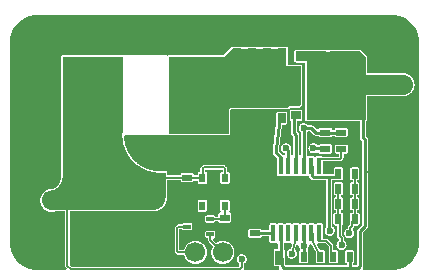
<source format=gbr>
%TF.GenerationSoftware,Altium Limited,Altium Designer,20.1.8 (145)*%
G04 Layer_Physical_Order=1*
G04 Layer_Color=2232046*
%FSLAX24Y24*%
%MOIN*%
%TF.SameCoordinates,EFFAC6F7-03CC-4013-BD78-E1C7C4EA7A57*%
%TF.FilePolarity,Positive*%
%TF.FileFunction,Copper,L1,Top,Signal*%
%TF.Part,Single*%
G01*
G75*
%TA.AperFunction,SMDPad,CuDef*%
G04:AMPARAMS|DCode=10|XSize=33.5mil|YSize=21.7mil|CornerRadius=0.1mil|HoleSize=0mil|Usage=FLASHONLY|Rotation=180.000|XOffset=0mil|YOffset=0mil|HoleType=Round|Shape=RoundedRectangle|*
%AMROUNDEDRECTD10*
21,1,0.0335,0.0214,0,0,180.0*
21,1,0.0332,0.0217,0,0,180.0*
1,1,0.0002,-0.0166,0.0107*
1,1,0.0002,0.0166,0.0107*
1,1,0.0002,0.0166,-0.0107*
1,1,0.0002,-0.0166,-0.0107*
%
%ADD10ROUNDEDRECTD10*%
G04:AMPARAMS|DCode=11|XSize=255.9mil|YSize=196.9mil|CornerRadius=1mil|HoleSize=0mil|Usage=FLASHONLY|Rotation=90.000|XOffset=0mil|YOffset=0mil|HoleType=Round|Shape=RoundedRectangle|*
%AMROUNDEDRECTD11*
21,1,0.2559,0.1949,0,0,90.0*
21,1,0.2539,0.1969,0,0,90.0*
1,1,0.0020,0.0974,0.1270*
1,1,0.0020,0.0974,-0.1270*
1,1,0.0020,-0.0974,-0.1270*
1,1,0.0020,-0.0974,0.1270*
%
%ADD11ROUNDEDRECTD11*%
G04:AMPARAMS|DCode=12|XSize=92.5mil|YSize=82.7mil|CornerRadius=0.4mil|HoleSize=0mil|Usage=FLASHONLY|Rotation=180.000|XOffset=0mil|YOffset=0mil|HoleType=Round|Shape=RoundedRectangle|*
%AMROUNDEDRECTD12*
21,1,0.0925,0.0818,0,0,180.0*
21,1,0.0917,0.0827,0,0,180.0*
1,1,0.0008,-0.0458,0.0409*
1,1,0.0008,0.0458,0.0409*
1,1,0.0008,0.0458,-0.0409*
1,1,0.0008,-0.0458,-0.0409*
%
%ADD12ROUNDEDRECTD12*%
%TA.AperFunction,ConnectorPad*%
G04:AMPARAMS|DCode=13|XSize=47.2mil|YSize=27.6mil|CornerRadius=0.1mil|HoleSize=0mil|Usage=FLASHONLY|Rotation=90.000|XOffset=0mil|YOffset=0mil|HoleType=Round|Shape=RoundedRectangle|*
%AMROUNDEDRECTD13*
21,1,0.0472,0.0273,0,0,90.0*
21,1,0.0470,0.0276,0,0,90.0*
1,1,0.0003,0.0136,0.0235*
1,1,0.0003,0.0136,-0.0235*
1,1,0.0003,-0.0136,-0.0235*
1,1,0.0003,-0.0136,0.0235*
%
%ADD13ROUNDEDRECTD13*%
%TA.AperFunction,SMDPad,CuDef*%
G04:AMPARAMS|DCode=14|XSize=21.7mil|YSize=29.5mil|CornerRadius=0.1mil|HoleSize=0mil|Usage=FLASHONLY|Rotation=0.000|XOffset=0mil|YOffset=0mil|HoleType=Round|Shape=RoundedRectangle|*
%AMROUNDEDRECTD14*
21,1,0.0217,0.0293,0,0,0.0*
21,1,0.0214,0.0295,0,0,0.0*
1,1,0.0002,0.0107,-0.0147*
1,1,0.0002,-0.0107,-0.0147*
1,1,0.0002,-0.0107,0.0147*
1,1,0.0002,0.0107,0.0147*
%
%ADD14ROUNDEDRECTD14*%
G04:AMPARAMS|DCode=15|XSize=13.8mil|YSize=23.6mil|CornerRadius=0.1mil|HoleSize=0mil|Usage=FLASHONLY|Rotation=90.000|XOffset=0mil|YOffset=0mil|HoleType=Round|Shape=RoundedRectangle|*
%AMROUNDEDRECTD15*
21,1,0.0138,0.0235,0,0,90.0*
21,1,0.0136,0.0236,0,0,90.0*
1,1,0.0001,0.0117,0.0068*
1,1,0.0001,0.0117,-0.0068*
1,1,0.0001,-0.0117,-0.0068*
1,1,0.0001,-0.0117,0.0068*
%
%ADD15ROUNDEDRECTD15*%
G04:AMPARAMS|DCode=16|XSize=31.5mil|YSize=27.6mil|CornerRadius=0.1mil|HoleSize=0mil|Usage=FLASHONLY|Rotation=90.000|XOffset=0mil|YOffset=0mil|HoleType=Round|Shape=RoundedRectangle|*
%AMROUNDEDRECTD16*
21,1,0.0315,0.0273,0,0,90.0*
21,1,0.0312,0.0276,0,0,90.0*
1,1,0.0003,0.0136,0.0156*
1,1,0.0003,0.0136,-0.0156*
1,1,0.0003,-0.0136,-0.0156*
1,1,0.0003,-0.0136,0.0156*
%
%ADD16ROUNDEDRECTD16*%
G04:AMPARAMS|DCode=17|XSize=169.3mil|YSize=179.5mil|CornerRadius=0.8mil|HoleSize=0mil|Usage=FLASHONLY|Rotation=90.000|XOffset=0mil|YOffset=0mil|HoleType=Round|Shape=RoundedRectangle|*
%AMROUNDEDRECTD17*
21,1,0.1693,0.1778,0,0,90.0*
21,1,0.1676,0.1795,0,0,90.0*
1,1,0.0017,0.0889,0.0838*
1,1,0.0017,0.0889,-0.0838*
1,1,0.0017,-0.0889,-0.0838*
1,1,0.0017,-0.0889,0.0838*
%
%ADD17ROUNDEDRECTD17*%
G04:AMPARAMS|DCode=18|XSize=31.5mil|YSize=27.6mil|CornerRadius=0.1mil|HoleSize=0mil|Usage=FLASHONLY|Rotation=0.000|XOffset=0mil|YOffset=0mil|HoleType=Round|Shape=RoundedRectangle|*
%AMROUNDEDRECTD18*
21,1,0.0315,0.0273,0,0,0.0*
21,1,0.0312,0.0276,0,0,0.0*
1,1,0.0003,0.0156,-0.0136*
1,1,0.0003,-0.0156,-0.0136*
1,1,0.0003,-0.0156,0.0136*
1,1,0.0003,0.0156,0.0136*
%
%ADD18ROUNDEDRECTD18*%
G04:AMPARAMS|DCode=19|XSize=169.3mil|YSize=179.5mil|CornerRadius=0.8mil|HoleSize=0mil|Usage=FLASHONLY|Rotation=0.000|XOffset=0mil|YOffset=0mil|HoleType=Round|Shape=RoundedRectangle|*
%AMROUNDEDRECTD19*
21,1,0.1693,0.1778,0,0,0.0*
21,1,0.1676,0.1795,0,0,0.0*
1,1,0.0017,0.0838,-0.0889*
1,1,0.0017,-0.0838,-0.0889*
1,1,0.0017,-0.0838,0.0889*
1,1,0.0017,0.0838,0.0889*
%
%ADD19ROUNDEDRECTD19*%
G04:AMPARAMS|DCode=20|XSize=33.5mil|YSize=19.7mil|CornerRadius=0.1mil|HoleSize=0mil|Usage=FLASHONLY|Rotation=90.000|XOffset=0mil|YOffset=0mil|HoleType=Round|Shape=RoundedRectangle|*
%AMROUNDEDRECTD20*
21,1,0.0335,0.0195,0,0,90.0*
21,1,0.0333,0.0197,0,0,90.0*
1,1,0.0002,0.0097,0.0166*
1,1,0.0002,0.0097,-0.0166*
1,1,0.0002,-0.0097,-0.0166*
1,1,0.0002,-0.0097,0.0166*
%
%ADD20ROUNDEDRECTD20*%
G04:AMPARAMS|DCode=21|XSize=33.5mil|YSize=21.7mil|CornerRadius=0.1mil|HoleSize=0mil|Usage=FLASHONLY|Rotation=270.000|XOffset=0mil|YOffset=0mil|HoleType=Round|Shape=RoundedRectangle|*
%AMROUNDEDRECTD21*
21,1,0.0335,0.0214,0,0,270.0*
21,1,0.0332,0.0217,0,0,270.0*
1,1,0.0002,-0.0107,-0.0166*
1,1,0.0002,-0.0107,0.0166*
1,1,0.0002,0.0107,0.0166*
1,1,0.0002,0.0107,-0.0166*
%
%ADD21ROUNDEDRECTD21*%
%TA.AperFunction,ConnectorPad*%
G04:AMPARAMS|DCode=22|XSize=33.5mil|YSize=21.7mil|CornerRadius=0.1mil|HoleSize=0mil|Usage=FLASHONLY|Rotation=90.000|XOffset=0mil|YOffset=0mil|HoleType=Round|Shape=RoundedRectangle|*
%AMROUNDEDRECTD22*
21,1,0.0335,0.0214,0,0,90.0*
21,1,0.0332,0.0217,0,0,90.0*
1,1,0.0002,0.0107,0.0166*
1,1,0.0002,0.0107,-0.0166*
1,1,0.0002,-0.0107,-0.0166*
1,1,0.0002,-0.0107,0.0166*
%
%ADD22ROUNDEDRECTD22*%
%TA.AperFunction,SMDPad,CuDef*%
G04:AMPARAMS|DCode=23|XSize=118mil|YSize=122mil|CornerRadius=0.6mil|HoleSize=0mil|Usage=FLASHONLY|Rotation=90.000|XOffset=0mil|YOffset=0mil|HoleType=Round|Shape=RoundedRectangle|*
%AMROUNDEDRECTD23*
21,1,0.1180,0.1208,0,0,90.0*
21,1,0.1168,0.1220,0,0,90.0*
1,1,0.0012,0.0604,0.0584*
1,1,0.0012,0.0604,-0.0584*
1,1,0.0012,-0.0604,-0.0584*
1,1,0.0012,-0.0604,0.0584*
%
%ADD23ROUNDEDRECTD23*%
G04:AMPARAMS|DCode=24|XSize=56mil|YSize=13.8mil|CornerRadius=0.1mil|HoleSize=0mil|Usage=FLASHONLY|Rotation=270.000|XOffset=0mil|YOffset=0mil|HoleType=Round|Shape=RoundedRectangle|*
%AMROUNDEDRECTD24*
21,1,0.0560,0.0136,0,0,270.0*
21,1,0.0559,0.0138,0,0,270.0*
1,1,0.0001,-0.0068,-0.0279*
1,1,0.0001,-0.0068,0.0279*
1,1,0.0001,0.0068,0.0279*
1,1,0.0001,0.0068,-0.0279*
%
%ADD24ROUNDEDRECTD24*%
G04:AMPARAMS|DCode=25|XSize=33.5mil|YSize=19.7mil|CornerRadius=0.1mil|HoleSize=0mil|Usage=FLASHONLY|Rotation=180.000|XOffset=0mil|YOffset=0mil|HoleType=Round|Shape=RoundedRectangle|*
%AMROUNDEDRECTD25*
21,1,0.0335,0.0195,0,0,180.0*
21,1,0.0333,0.0197,0,0,180.0*
1,1,0.0002,-0.0166,0.0097*
1,1,0.0002,0.0166,0.0097*
1,1,0.0002,0.0166,-0.0097*
1,1,0.0002,-0.0166,-0.0097*
%
%ADD25ROUNDEDRECTD25*%
G04:AMPARAMS|DCode=26|XSize=100.4mil|YSize=31.5mil|CornerRadius=0.2mil|HoleSize=0mil|Usage=FLASHONLY|Rotation=0.000|XOffset=0mil|YOffset=0mil|HoleType=Round|Shape=RoundedRectangle|*
%AMROUNDEDRECTD26*
21,1,0.1004,0.0312,0,0,0.0*
21,1,0.1001,0.0315,0,0,0.0*
1,1,0.0003,0.0500,-0.0156*
1,1,0.0003,-0.0500,-0.0156*
1,1,0.0003,-0.0500,0.0156*
1,1,0.0003,0.0500,0.0156*
%
%ADD26ROUNDEDRECTD26*%
%TA.AperFunction,Conductor*%
%ADD27C,0.0050*%
%ADD28C,0.0080*%
%ADD29C,0.0100*%
%ADD30C,0.0669*%
%ADD31C,0.0060*%
%ADD32C,0.0090*%
%TA.AperFunction,ComponentPad*%
%ADD33C,0.0669*%
%TA.AperFunction,ViaPad*%
%ADD34C,0.0984*%
%ADD35O,0.1575X0.0945*%
%ADD36C,0.0236*%
%ADD37C,0.0256*%
%ADD38C,0.0669*%
G36*
X9289Y7453D02*
X9289Y6860D01*
X9764D01*
X9764Y5601D01*
X9764Y5597D01*
X9764Y5590D01*
X9762Y5582D01*
X9760Y5575D01*
X9757Y5569D01*
X9754Y5562D01*
X9750Y5556D01*
X9745Y5550D01*
X9740Y5545D01*
X9734Y5541D01*
X9734Y5540D01*
X9714Y5534D01*
X9690Y5526D01*
X9640Y5526D01*
X9378Y5526D01*
X9335Y5483D01*
X7489Y5483D01*
X7484Y5483D01*
X7474Y5482D01*
X7464Y5481D01*
X7454Y5479D01*
X7445Y5476D01*
X7436Y5472D01*
X7427Y5467D01*
X7418Y5462D01*
X7410Y5456D01*
X7403Y5450D01*
X7396Y5443D01*
X7389Y5435D01*
X7384Y5427D01*
X7378Y5419D01*
X7374Y5410D01*
X7371Y5403D01*
X7370Y5401D01*
X7370Y5401D01*
X7367Y5391D01*
X7367Y5391D01*
X7365Y5382D01*
X7365Y5382D01*
X7363Y5372D01*
X7363Y5372D01*
X7362Y5362D01*
X7362Y5357D01*
X7362Y5357D01*
X7362Y5307D01*
X7362Y4606D01*
X5375D01*
X5375Y7187D01*
X7197Y7187D01*
X7463Y7453D01*
X9289Y7453D01*
D02*
G37*
G36*
X11753Y7352D02*
X11931Y7175D01*
X11931Y5077D01*
X9962D01*
Y7352D01*
X11753Y7352D01*
D02*
G37*
G36*
X3819Y4584D02*
X3819Y4568D01*
X3820Y4536D01*
X3821Y4504D01*
X3824Y4473D01*
X3827Y4441D01*
X3831Y4410D01*
X3836Y4378D01*
X3841Y4347D01*
X3848Y4316D01*
X3855Y4285D01*
X3863Y4254D01*
X3871Y4223D01*
X3881Y4193D01*
X3891Y4163D01*
X3902Y4133D01*
X3913Y4103D01*
X3926Y4074D01*
X3939Y4045D01*
X3953Y4017D01*
X3967Y3988D01*
X3983Y3961D01*
X3999Y3933D01*
X4015Y3906D01*
X4033Y3879D01*
X4051Y3853D01*
X4069Y3827D01*
X4089Y3802D01*
X4108Y3777D01*
X4129Y3753D01*
X4150Y3729D01*
X4172Y3706D01*
X4194Y3684D01*
X4217Y3661D01*
X4240Y3640D01*
X4264Y3619D01*
X4289Y3599D01*
X4314Y3579D01*
X4339Y3560D01*
X4365Y3542D01*
X4391Y3524D01*
X4418Y3507D01*
X4445Y3490D01*
X4473Y3475D01*
X4501Y3460D01*
X4529Y3445D01*
X4558Y3432D01*
X4587Y3419D01*
X4616Y3406D01*
X4646Y3395D01*
X4676Y3384D01*
X4706Y3374D01*
X4737Y3365D01*
X4767Y3357D01*
X4798Y3349D01*
X4829Y3342D01*
X4860Y3336D01*
X4892Y3331D01*
X4923Y3327D01*
X4955Y3323D01*
X4986Y3320D01*
X5018Y3318D01*
X5050Y3317D01*
X5081Y3316D01*
X5113Y3316D01*
X5145Y3317D01*
X5177Y3319D01*
X5206Y3322D01*
X5209Y3321D01*
X5254Y3283D01*
X5256Y3277D01*
X5256Y2496D01*
X5256Y2487D01*
X5255Y2468D01*
X5253Y2450D01*
X5251Y2432D01*
X5248Y2414D01*
X5244Y2396D01*
X5239Y2378D01*
X5234Y2361D01*
X5227Y2344D01*
X5220Y2327D01*
X5213Y2310D01*
X5204Y2294D01*
X5195Y2278D01*
X5185Y2263D01*
X5175Y2248D01*
X5164Y2233D01*
X5152Y2219D01*
X5139Y2206D01*
X5127Y2193D01*
X5113Y2181D01*
X5099Y2169D01*
X5085Y2158D01*
X5070Y2147D01*
X5054Y2137D01*
X5038Y2128D01*
X5022Y2120D01*
X5006Y2112D01*
X4989Y2105D01*
X4971Y2099D01*
X4954Y2093D01*
X4936Y2089D01*
X4918Y2085D01*
X4900Y2081D01*
X4882Y2079D01*
X4864Y2078D01*
X4846Y2077D01*
X4837Y2077D01*
X1468D01*
X1460Y2077D01*
X1445Y2077D01*
X1429Y2079D01*
X1414Y2081D01*
X1399Y2084D01*
X1384Y2088D01*
X1369Y2093D01*
X1354Y2098D01*
X1340Y2104D01*
X1326Y2110D01*
X1312Y2118D01*
X1299Y2126D01*
X1286Y2134D01*
X1274Y2143D01*
X1262Y2153D01*
X1250Y2164D01*
X1239Y2175D01*
X1229Y2186D01*
X1219Y2198D01*
X1210Y2211D01*
X1201Y2223D01*
X1193Y2237D01*
X1186Y2250D01*
X1179Y2264D01*
X1173Y2279D01*
X1168Y2293D01*
X1164Y2308D01*
X1160Y2323D01*
X1157Y2338D01*
X1155Y2354D01*
X1153Y2369D01*
X1152Y2385D01*
X1152Y2400D01*
X1153Y2415D01*
X1155Y2431D01*
X1157Y2446D01*
X1160Y2461D01*
X1164Y2476D01*
X1168Y2491D01*
X1173Y2506D01*
X1179Y2520D01*
X1186Y2534D01*
X1193Y2548D01*
X1201Y2561D01*
X1210Y2574D01*
X1219Y2586D01*
X1229Y2598D01*
X1239Y2610D01*
X1250Y2621D01*
X1262Y2631D01*
X1274Y2641D01*
X1286Y2650D01*
X1299Y2659D01*
X1312Y2667D01*
X1326Y2674D01*
X1340Y2681D01*
X1354Y2687D01*
X1369Y2692D01*
X1384Y2696D01*
X1399Y2700D01*
X1414Y2703D01*
X1429Y2706D01*
X1445Y2707D01*
X1460Y2708D01*
X1468Y2708D01*
Y2708D01*
X1477Y2711D01*
X1496Y2718D01*
X1515Y2726D01*
X1534Y2735D01*
X1552Y2744D01*
X1569Y2754D01*
X1587Y2765D01*
X1604Y2776D01*
X1620Y2789D01*
X1636Y2801D01*
X1651Y2815D01*
X1666Y2828D01*
X1681Y2843D01*
X1694Y2858D01*
X1708Y2873D01*
X1720Y2890D01*
X1732Y2906D01*
X1743Y2923D01*
X1754Y2940D01*
X1764Y2958D01*
X1773Y2976D01*
X1781Y2995D01*
X1789Y3014D01*
X1796Y3033D01*
X1802Y3052D01*
X1808Y3072D01*
X1813Y3092D01*
X1816Y3112D01*
X1820Y3132D01*
X1822Y3152D01*
X1824Y3172D01*
X1824Y3193D01*
X1824Y3203D01*
X1824Y3203D01*
X1825Y7185D01*
X3819D01*
Y4584D01*
D02*
G37*
G36*
X13059Y8546D02*
X13223Y8478D01*
X13372Y8379D01*
X13497Y8253D01*
X13596Y8105D01*
X13665Y7941D01*
X13699Y7766D01*
Y7677D01*
Y984D01*
Y895D01*
X13665Y721D01*
X13596Y556D01*
X13497Y408D01*
X13372Y282D01*
X13223Y183D01*
X13059Y115D01*
X12884Y80D01*
X11839D01*
X11830Y102D01*
X11823Y140D01*
X11828Y147D01*
X11833Y154D01*
X11837Y162D01*
X11840Y170D01*
X11843Y178D01*
X11845Y187D01*
X11846Y195D01*
X11846Y204D01*
Y1329D01*
X11970Y1452D01*
X11976Y1458D01*
X11981Y1465D01*
X11986Y1473D01*
X11990Y1480D01*
X11993Y1489D01*
X11996Y1497D01*
X11997Y1505D01*
X11999Y1514D01*
X11999Y1523D01*
Y4421D01*
X11999Y4430D01*
X11997Y4438D01*
X11996Y4447D01*
X11993Y4455D01*
X11990Y4463D01*
X11986Y4471D01*
X11981Y4478D01*
X11976Y4485D01*
X11970Y4492D01*
X11929Y4532D01*
Y5027D01*
X11931D01*
X11936Y5027D01*
X11942Y5028D01*
X11947Y5030D01*
X11952Y5032D01*
X11957Y5034D01*
X11962Y5038D01*
X11966Y5041D01*
X11970Y5046D01*
X11973Y5050D01*
X11976Y5055D01*
X11978Y5060D01*
X11979Y5066D01*
X11980Y5071D01*
X11981Y5077D01*
Y5080D01*
X11981Y5084D01*
X11982Y5090D01*
Y5363D01*
X11981Y5369D01*
X11981Y5373D01*
Y5591D01*
X11981Y5596D01*
X11982Y5602D01*
Y5865D01*
X13173D01*
X13190Y5866D01*
X13207Y5867D01*
X13224Y5869D01*
X13240Y5871D01*
X13257Y5874D01*
X13273Y5878D01*
X13289Y5883D01*
X13305Y5888D01*
X13321Y5895D01*
X13336Y5901D01*
X13351Y5909D01*
X13366Y5917D01*
X13380Y5926D01*
X13394Y5935D01*
X13408Y5945D01*
X13421Y5955D01*
X13433Y5966D01*
X13446Y5978D01*
X13457Y5990D01*
X13468Y6003D01*
X13479Y6016D01*
X13489Y6029D01*
X13498Y6043D01*
X13507Y6058D01*
X13515Y6072D01*
X13522Y6087D01*
X13529Y6103D01*
X13535Y6118D01*
X13540Y6134D01*
X13545Y6150D01*
X13549Y6167D01*
X13552Y6183D01*
X13555Y6200D01*
X13557Y6216D01*
X13558Y6233D01*
X13558Y6250D01*
X13558Y6267D01*
X13557Y6284D01*
X13555Y6300D01*
X13552Y6317D01*
X13549Y6333D01*
X13545Y6350D01*
X13540Y6366D01*
X13535Y6382D01*
X13529Y6397D01*
X13522Y6413D01*
X13515Y6428D01*
X13507Y6442D01*
X13498Y6457D01*
X13489Y6471D01*
X13479Y6484D01*
X13468Y6497D01*
X13457Y6510D01*
X13446Y6522D01*
X13433Y6534D01*
X13421Y6545D01*
X13408Y6555D01*
X13394Y6565D01*
X13380Y6574D01*
X13366Y6583D01*
X13351Y6591D01*
X13336Y6599D01*
X13321Y6605D01*
X13305Y6612D01*
X13289Y6617D01*
X13273Y6622D01*
X13257Y6626D01*
X13240Y6629D01*
X13224Y6631D01*
X13207Y6633D01*
X13190Y6634D01*
X13173Y6635D01*
X11982D01*
Y6859D01*
X11981Y6865D01*
X11981Y6869D01*
Y7175D01*
X11980Y7180D01*
X11979Y7186D01*
X11978Y7191D01*
X11976Y7196D01*
X11973Y7201D01*
X11970Y7206D01*
X11966Y7210D01*
X11788Y7388D01*
X11784Y7392D01*
X11779Y7395D01*
X11775Y7398D01*
X11769Y7400D01*
X11764Y7401D01*
X11758Y7402D01*
X11753Y7403D01*
X11743D01*
X11743Y7403D01*
X10742D01*
X10742Y7403D01*
X10602D01*
X10601Y7403D01*
X9601D01*
X9595Y7402D01*
X9589Y7401D01*
X9583Y7400D01*
X9578Y7397D01*
X9573Y7395D01*
X9568Y7391D01*
X9564Y7387D01*
X9560Y7383D01*
X9557Y7378D01*
X9554Y7373D01*
X9552Y7368D01*
X9550Y7362D01*
X9549Y7357D01*
X9549Y7351D01*
Y7039D01*
X9549Y7033D01*
X9550Y7028D01*
X9552Y7022D01*
X9554Y7017D01*
X9557Y7012D01*
X9560Y7007D01*
X9564Y7003D01*
X9568Y6999D01*
X9573Y6995D01*
X9578Y6993D01*
X9583Y6990D01*
X9589Y6989D01*
X9595Y6988D01*
X9601Y6987D01*
X9912D01*
Y6864D01*
X9912Y6864D01*
Y5085D01*
X9912Y5085D01*
Y5077D01*
X9912Y5071D01*
X9913Y5066D01*
X9915Y5060D01*
X9917Y5055D01*
X9920Y5050D01*
X9923Y5046D01*
X9927Y5041D01*
X9931Y5038D01*
X9935Y5034D01*
X9940Y5032D01*
X9946Y5030D01*
X9951Y5028D01*
X9957Y5027D01*
X9962Y5027D01*
X9970D01*
X9971Y5027D01*
X11647D01*
X11647Y5027D01*
X11729D01*
Y4491D01*
X11729Y4482D01*
X11730Y4474D01*
X11732Y4465D01*
X11735Y4457D01*
X11738Y4449D01*
X11742Y4441D01*
X11747Y4434D01*
X11752Y4427D01*
X11758Y4420D01*
X11799Y4379D01*
Y1564D01*
X11675Y1441D01*
X11669Y1434D01*
X11664Y1427D01*
X11659Y1420D01*
X11655Y1412D01*
X11652Y1404D01*
X11649Y1396D01*
X11648Y1387D01*
X11646Y1379D01*
X11646Y1370D01*
Y246D01*
X11629Y229D01*
X11498D01*
Y295D01*
X11501Y295D01*
X11507Y296D01*
X11513Y297D01*
X11518Y299D01*
X11523Y302D01*
X11528Y306D01*
X11532Y309D01*
X11536Y314D01*
X11539Y318D01*
X11542Y323D01*
X11544Y329D01*
X11545Y334D01*
X11546Y340D01*
X11547Y345D01*
Y678D01*
X11546Y684D01*
X11545Y689D01*
X11544Y695D01*
X11542Y700D01*
X11539Y705D01*
X11536Y710D01*
X11532Y714D01*
X11528Y718D01*
X11523Y721D01*
X11518Y724D01*
X11513Y726D01*
X11507Y728D01*
X11501Y729D01*
X11496Y729D01*
X11301D01*
X11295Y729D01*
X11289Y728D01*
X11284Y726D01*
X11279Y724D01*
X11274Y721D01*
X11269Y718D01*
X11265Y714D01*
X11261Y710D01*
X11258Y705D01*
X11255Y700D01*
X11253Y695D01*
X11251Y689D01*
X11250Y684D01*
X11250Y678D01*
Y345D01*
X11250Y340D01*
X11251Y334D01*
X11253Y329D01*
X11255Y323D01*
X11258Y318D01*
X11261Y314D01*
X11265Y309D01*
X11269Y306D01*
X11274Y302D01*
X11279Y299D01*
X11284Y297D01*
X11289Y296D01*
X11295Y295D01*
X11298Y295D01*
Y229D01*
X9245D01*
X9235Y239D01*
Y486D01*
X9235Y487D01*
Y721D01*
X9235Y727D01*
X9234Y732D01*
X9232Y738D01*
X9230Y743D01*
X9227Y748D01*
X9224Y753D01*
X9220Y757D01*
X9216Y761D01*
X9211Y765D01*
X9206Y767D01*
X9201Y770D01*
X9195Y771D01*
Y949D01*
X9215Y964D01*
X9220Y966D01*
X9253Y973D01*
X9261Y970D01*
X9263Y970D01*
X9266Y968D01*
X9271Y967D01*
X9277Y966D01*
X9283Y965D01*
X9419D01*
X9456Y936D01*
X9466Y919D01*
X9467Y918D01*
X9431Y783D01*
X9421Y781D01*
X9410Y777D01*
X9400Y773D01*
X9390Y769D01*
X9380Y764D01*
X9371Y758D01*
X9362Y752D01*
X9354Y745D01*
X9346Y737D01*
X9338Y729D01*
X9331Y720D01*
X9325Y712D01*
X9319Y702D01*
X9314Y692D01*
X9309Y682D01*
X9305Y672D01*
X9302Y662D01*
X9300Y651D01*
X9298Y640D01*
X9297Y629D01*
X9296Y618D01*
X9297Y607D01*
X9298Y596D01*
X9300Y585D01*
X9302Y575D01*
X9305Y564D01*
X9309Y554D01*
X9314Y544D01*
X9319Y534D01*
X9325Y525D01*
X9331Y516D01*
X9338Y507D01*
X9346Y499D01*
X9354Y492D01*
X9362Y485D01*
X9371Y478D01*
X9380Y472D01*
X9390Y467D01*
X9400Y463D01*
X9410Y459D01*
X9421Y456D01*
X9432Y453D01*
X9443Y451D01*
X9454Y450D01*
X9465Y450D01*
X9476Y450D01*
X9487Y451D01*
X9497Y453D01*
X9508Y456D01*
X9519Y459D01*
X9529Y463D01*
X9539Y467D01*
X9549Y472D01*
X9558Y478D01*
X9567Y485D01*
X9575Y492D01*
X9583Y499D01*
X9591Y507D01*
X9598Y516D01*
X9604Y525D01*
X9610Y534D01*
X9615Y544D01*
X9620Y554D01*
X9624Y564D01*
X9627Y575D01*
X9630Y585D01*
X9631Y596D01*
X9632Y607D01*
X9633Y618D01*
X9632Y629D01*
X9631Y640D01*
X9630Y651D01*
X9627Y662D01*
X9624Y672D01*
X9620Y682D01*
X9615Y692D01*
X9610Y702D01*
X9604Y712D01*
X9598Y720D01*
X9591Y729D01*
X9583Y737D01*
X9576Y744D01*
X9621Y914D01*
X9622Y915D01*
X9624Y917D01*
X9637Y923D01*
X9655Y919D01*
X9656Y918D01*
X9660Y915D01*
X9695Y875D01*
X9696Y865D01*
X9698Y854D01*
X9700Y843D01*
X9703Y832D01*
X9707Y822D01*
X9712Y812D01*
X9717Y802D01*
X9723Y793D01*
X9729Y784D01*
X9732Y770D01*
X9732Y768D01*
X9726Y731D01*
X9726Y729D01*
X9726Y728D01*
X9720Y716D01*
X9717Y711D01*
X9716Y710D01*
X9712Y705D01*
X9709Y700D01*
X9707Y695D01*
X9706Y689D01*
X9705Y684D01*
X9704Y678D01*
Y346D01*
X9705Y340D01*
X9706Y334D01*
X9707Y329D01*
X9709Y323D01*
X9712Y318D01*
X9716Y314D01*
X9719Y309D01*
X9724Y306D01*
X9728Y302D01*
X9733Y299D01*
X9739Y297D01*
X9744Y296D01*
X9750Y295D01*
X9756Y294D01*
X9970D01*
X9976Y295D01*
X9981Y296D01*
X9987Y297D01*
X9992Y299D01*
X9997Y302D01*
X10002Y306D01*
X10006Y309D01*
X10010Y314D01*
X10013Y318D01*
X10016Y323D01*
X10018Y329D01*
X10020Y334D01*
X10021Y340D01*
X10021Y346D01*
Y678D01*
X10021Y684D01*
X10020Y689D01*
X10018Y695D01*
X10016Y700D01*
X10013Y705D01*
X10010Y710D01*
X10009Y711D01*
X10005Y716D01*
X10000Y728D01*
X9999Y729D01*
X9999Y731D01*
X9994Y768D01*
X9994Y770D01*
X9996Y784D01*
X10003Y793D01*
X10008Y802D01*
X10014Y812D01*
X10018Y822D01*
X10022Y832D01*
X10025Y843D01*
X10028Y854D01*
X10029Y865D01*
X10031Y875D01*
X10031Y886D01*
X10031Y897D01*
X10077Y937D01*
X10079Y937D01*
X10100Y932D01*
X10111Y926D01*
X10256Y666D01*
Y346D01*
X10256Y340D01*
X10257Y334D01*
X10258Y329D01*
X10261Y323D01*
X10263Y318D01*
X10267Y314D01*
X10271Y309D01*
X10275Y306D01*
X10280Y302D01*
X10285Y299D01*
X10290Y297D01*
X10295Y296D01*
X10301Y295D01*
X10307Y294D01*
X10521D01*
X10527Y295D01*
X10532Y296D01*
X10538Y297D01*
X10543Y299D01*
X10548Y302D01*
X10553Y306D01*
X10557Y309D01*
X10561Y314D01*
X10564Y318D01*
X10567Y323D01*
X10569Y329D01*
X10571Y334D01*
X10572Y340D01*
X10572Y346D01*
Y678D01*
X10572Y684D01*
X10571Y689D01*
X10569Y695D01*
X10567Y700D01*
X10564Y705D01*
X10561Y710D01*
X10557Y714D01*
X10553Y718D01*
X10548Y721D01*
X10543Y724D01*
X10538Y726D01*
X10532Y728D01*
X10527Y729D01*
X10521Y729D01*
X10392D01*
X10293Y907D01*
X10294Y914D01*
X10295Y918D01*
X10329Y965D01*
X10443D01*
X10443Y965D01*
X10588D01*
X10698Y855D01*
Y512D01*
X10699Y511D01*
Y345D01*
X10699Y340D01*
X10700Y334D01*
X10701Y329D01*
X10704Y323D01*
X10706Y318D01*
X10710Y314D01*
X10713Y309D01*
X10718Y306D01*
X10722Y302D01*
X10727Y299D01*
X10733Y297D01*
X10738Y296D01*
X10744Y295D01*
X10750Y294D01*
X10944D01*
X10950Y295D01*
X10956Y296D01*
X10961Y297D01*
X10967Y299D01*
X10972Y302D01*
X10976Y306D01*
X10981Y309D01*
X10984Y314D01*
X10988Y318D01*
X10990Y323D01*
X10993Y329D01*
X10994Y334D01*
X10995Y340D01*
X10996Y345D01*
Y678D01*
X10995Y684D01*
X10994Y689D01*
X10993Y695D01*
X10990Y700D01*
X10988Y705D01*
X10984Y710D01*
X10981Y714D01*
X10976Y718D01*
X10972Y721D01*
X10967Y724D01*
X10961Y726D01*
X10956Y728D01*
X10950Y729D01*
X10944Y729D01*
X10849D01*
Y886D01*
X10849Y886D01*
X10848Y893D01*
X10847Y901D01*
X10845Y908D01*
X10843Y915D01*
X10840Y921D01*
X10836Y928D01*
X10832Y934D01*
X10827Y939D01*
X10827Y939D01*
X10672Y1094D01*
X10667Y1099D01*
X10661Y1103D01*
X10654Y1107D01*
X10648Y1110D01*
X10641Y1112D01*
X10634Y1114D01*
X10626Y1115D01*
X10619Y1116D01*
X10494D01*
Y1575D01*
X10493Y1581D01*
X10492Y1586D01*
X10491Y1592D01*
X10488Y1597D01*
X10486Y1602D01*
X10482Y1606D01*
X10479Y1611D01*
X10474Y1615D01*
X10470Y1618D01*
X10465Y1621D01*
X10460Y1623D01*
X10454Y1624D01*
X10448Y1625D01*
X10443Y1626D01*
X10306D01*
X10301Y1625D01*
X10295Y1624D01*
X10290Y1623D01*
X10286Y1621D01*
X10284Y1621D01*
X10275Y1617D01*
X10274Y1617D01*
X10253Y1615D01*
X10240D01*
X10219Y1617D01*
X10218Y1617D01*
X10209Y1621D01*
X10207Y1621D01*
X10204Y1623D01*
X10198Y1624D01*
X10193Y1625D01*
X10187Y1626D01*
X10050D01*
X10045Y1625D01*
X10039Y1624D01*
X10034Y1623D01*
X10030Y1621D01*
X10028Y1621D01*
X10019Y1617D01*
X10018Y1617D01*
X9997Y1615D01*
X9984D01*
X9963Y1617D01*
X9962Y1617D01*
X9953Y1621D01*
X9951Y1621D01*
X9948Y1623D01*
X9942Y1624D01*
X9937Y1625D01*
X9931Y1626D01*
X9795D01*
X9789Y1625D01*
X9783Y1624D01*
X9778Y1623D01*
X9775Y1621D01*
X9772Y1621D01*
X9763Y1617D01*
X9762Y1617D01*
X9741Y1615D01*
X9728D01*
X9707Y1617D01*
X9706Y1617D01*
X9697Y1621D01*
X9695Y1621D01*
X9692Y1623D01*
X9686Y1624D01*
X9681Y1625D01*
X9675Y1626D01*
X9539D01*
X9533Y1625D01*
X9527Y1624D01*
X9522Y1623D01*
X9519Y1621D01*
X9517Y1621D01*
X9507Y1617D01*
X9506Y1617D01*
X9485Y1615D01*
X9472D01*
X9452Y1617D01*
X9450Y1617D01*
X9441Y1621D01*
X9439Y1621D01*
X9436Y1623D01*
X9430Y1624D01*
X9425Y1625D01*
X9419Y1626D01*
X9283D01*
X9277Y1625D01*
X9271Y1624D01*
X9266Y1623D01*
X9263Y1621D01*
X9261Y1621D01*
X9251Y1617D01*
X9250Y1617D01*
X9229Y1615D01*
X9217D01*
X9196Y1617D01*
X9194Y1617D01*
X9185Y1621D01*
X9183Y1621D01*
X9180Y1623D01*
X9175Y1624D01*
X9169Y1625D01*
X9163Y1626D01*
X9027D01*
X9021Y1625D01*
X9016Y1624D01*
X9010Y1623D01*
X9007Y1621D01*
X9005Y1621D01*
X8996Y1617D01*
X8994Y1617D01*
X8974Y1615D01*
X8961D01*
X8940Y1617D01*
X8939Y1617D01*
X8929Y1621D01*
X8927Y1621D01*
X8924Y1623D01*
X8919Y1624D01*
X8913Y1625D01*
X8907Y1626D01*
X8771D01*
X8765Y1625D01*
X8760Y1624D01*
X8754Y1623D01*
X8749Y1621D01*
X8744Y1618D01*
X8739Y1615D01*
X8735Y1611D01*
X8731Y1606D01*
X8728Y1602D01*
X8725Y1597D01*
X8723Y1592D01*
X8721Y1586D01*
X8720Y1581D01*
X8720Y1575D01*
Y1396D01*
X8456D01*
Y1403D01*
X8456Y1408D01*
X8455Y1414D01*
X8454Y1420D01*
X8451Y1425D01*
X8449Y1430D01*
X8445Y1435D01*
X8441Y1439D01*
X8437Y1443D01*
X8432Y1446D01*
X8427Y1449D01*
X8422Y1451D01*
X8417Y1453D01*
X8411Y1454D01*
X8405Y1454D01*
X8073D01*
X8067Y1454D01*
X8061Y1453D01*
X8056Y1451D01*
X8051Y1449D01*
X8046Y1446D01*
X8041Y1443D01*
X8037Y1439D01*
X8033Y1435D01*
X8029Y1430D01*
X8027Y1425D01*
X8024Y1420D01*
X8023Y1414D01*
X8022Y1408D01*
X8022Y1403D01*
Y1188D01*
X8022Y1183D01*
X8023Y1177D01*
X8024Y1171D01*
X8027Y1166D01*
X8029Y1161D01*
X8033Y1156D01*
X8037Y1152D01*
X8041Y1148D01*
X8046Y1145D01*
X8051Y1142D01*
X8056Y1140D01*
X8061Y1138D01*
X8067Y1137D01*
X8073Y1137D01*
X8405D01*
X8411Y1137D01*
X8417Y1138D01*
X8422Y1140D01*
X8427Y1142D01*
X8432Y1145D01*
X8437Y1148D01*
X8441Y1152D01*
X8445Y1156D01*
X8449Y1161D01*
X8451Y1166D01*
X8454Y1171D01*
X8455Y1177D01*
X8456Y1183D01*
X8456Y1188D01*
Y1195D01*
X8720D01*
Y1016D01*
X8720Y1011D01*
X8721Y1005D01*
X8723Y999D01*
X8725Y994D01*
X8728Y989D01*
X8731Y985D01*
X8735Y980D01*
X8739Y977D01*
X8744Y973D01*
X8749Y970D01*
X8754Y968D01*
X8760Y967D01*
X8765Y966D01*
X8771Y965D01*
X8907D01*
X8913Y966D01*
X8919Y967D01*
X8924Y968D01*
X8927Y970D01*
X8929Y970D01*
X8937Y973D01*
X8970Y966D01*
X8975Y964D01*
X8995Y949D01*
Y772D01*
X8911D01*
X8905Y772D01*
X8899Y771D01*
X8894Y770D01*
X8888Y767D01*
X8883Y765D01*
X8879Y761D01*
X8874Y757D01*
X8871Y753D01*
X8867Y748D01*
X8864Y743D01*
X8862Y738D01*
X8861Y732D01*
X8860Y727D01*
X8859Y721D01*
Y251D01*
X8860Y246D01*
X8861Y240D01*
X8862Y234D01*
X8864Y229D01*
X8867Y224D01*
X8871Y219D01*
X8874Y215D01*
X8879Y211D01*
X8883Y208D01*
X8888Y205D01*
X8894Y203D01*
X8899Y201D01*
X8905Y200D01*
X8911Y200D01*
X9035D01*
Y198D01*
X9035Y189D01*
X9036Y180D01*
X9038Y172D01*
X9041Y163D01*
X9044Y155D01*
X9048Y148D01*
X9053Y140D01*
X9045Y106D01*
X9033Y80D01*
X7905D01*
X7888Y94D01*
X7867Y137D01*
X7868Y140D01*
X7869Y145D01*
X7870Y152D01*
X7870Y159D01*
Y277D01*
X7879Y282D01*
X7889Y288D01*
X7898Y294D01*
X7906Y301D01*
X7914Y309D01*
X7922Y317D01*
X7929Y325D01*
X7935Y334D01*
X7941Y344D01*
X7946Y353D01*
X7951Y363D01*
X7955Y374D01*
X7958Y384D01*
X7960Y395D01*
X7962Y406D01*
X7963Y417D01*
X7963Y428D01*
X7963Y439D01*
X7962Y450D01*
X7960Y460D01*
X7958Y471D01*
X7955Y482D01*
X7951Y492D01*
X7946Y502D01*
X7941Y512D01*
X7935Y521D01*
X7929Y530D01*
X7922Y539D01*
X7914Y547D01*
X7906Y554D01*
X7898Y561D01*
X7889Y568D01*
X7879Y573D01*
X7870Y579D01*
X7860Y583D01*
X7849Y587D01*
X7839Y590D01*
X7828Y593D01*
X7817Y594D01*
X7806Y596D01*
X7795Y596D01*
X7784Y596D01*
X7773Y594D01*
X7762Y593D01*
X7752Y590D01*
X7741Y587D01*
X7731Y583D01*
X7721Y579D01*
X7711Y573D01*
X7702Y568D01*
X7693Y561D01*
X7684Y554D01*
X7676Y547D01*
X7669Y539D01*
X7662Y530D01*
X7655Y521D01*
X7650Y512D01*
X7644Y502D01*
X7640Y492D01*
X7636Y482D01*
X7633Y471D01*
X7630Y460D01*
X7629Y450D01*
X7627Y439D01*
X7627Y428D01*
X7627Y417D01*
X7629Y406D01*
X7630Y395D01*
X7633Y384D01*
X7636Y374D01*
X7640Y363D01*
X7644Y353D01*
X7650Y344D01*
X7655Y334D01*
X7662Y325D01*
X7669Y317D01*
X7676Y309D01*
X7684Y301D01*
X7693Y294D01*
X7702Y288D01*
X7711Y282D01*
X7720Y277D01*
Y190D01*
X7714Y184D01*
X2127D01*
X2060Y251D01*
Y2027D01*
X4837D01*
X4846Y2027D01*
X4847Y2027D01*
X4848Y2027D01*
X4866Y2027D01*
X4867Y2028D01*
X4868Y2028D01*
X4887Y2029D01*
X4888Y2029D01*
X4889Y2029D01*
X4907Y2032D01*
X4908Y2032D01*
X4909Y2032D01*
X4927Y2035D01*
X4928Y2036D01*
X4929Y2036D01*
X4947Y2040D01*
X4948Y2040D01*
X4949Y2040D01*
X4967Y2045D01*
X4968Y2045D01*
X4969Y2046D01*
X4987Y2051D01*
X4988Y2051D01*
X4989Y2052D01*
X5006Y2058D01*
X5007Y2058D01*
X5008Y2059D01*
X5025Y2066D01*
X5026Y2066D01*
X5027Y2067D01*
X5043Y2074D01*
X5044Y2075D01*
X5045Y2075D01*
X5061Y2084D01*
X5062Y2084D01*
X5063Y2085D01*
X5079Y2094D01*
X5080Y2095D01*
X5081Y2095D01*
X5096Y2105D01*
X5097Y2106D01*
X5098Y2106D01*
X5113Y2117D01*
X5114Y2117D01*
X5115Y2118D01*
X5130Y2129D01*
X5130Y2130D01*
X5131Y2131D01*
X5145Y2142D01*
X5146Y2143D01*
X5147Y2144D01*
X5160Y2156D01*
X5161Y2157D01*
X5162Y2158D01*
X5175Y2171D01*
X5176Y2171D01*
X5176Y2172D01*
X5189Y2186D01*
X5189Y2186D01*
X5190Y2187D01*
X5202Y2201D01*
X5203Y2202D01*
X5203Y2203D01*
X5214Y2217D01*
X5215Y2218D01*
X5216Y2219D01*
X5226Y2234D01*
X5227Y2235D01*
X5227Y2236D01*
X5237Y2251D01*
X5238Y2252D01*
X5238Y2253D01*
X5248Y2269D01*
X5248Y2270D01*
X5249Y2271D01*
X5257Y2287D01*
X5257Y2288D01*
X5258Y2289D01*
X5266Y2306D01*
X5266Y2307D01*
X5267Y2308D01*
X5274Y2325D01*
X5274Y2326D01*
X5274Y2327D01*
X5281Y2344D01*
X5281Y2345D01*
X5281Y2346D01*
X5287Y2363D01*
X5287Y2364D01*
X5287Y2366D01*
X5292Y2383D01*
X5292Y2384D01*
X5293Y2385D01*
X5297Y2403D01*
X5297Y2404D01*
X5297Y2405D01*
X5300Y2423D01*
X5300Y2424D01*
X5301Y2425D01*
X5303Y2444D01*
X5303Y2445D01*
X5303Y2446D01*
X5305Y2464D01*
X5305Y2465D01*
X5305Y2466D01*
X5306Y2484D01*
X5306Y2486D01*
X5306Y2487D01*
X5306Y2499D01*
X5306Y2504D01*
Y3059D01*
X5757D01*
Y3042D01*
X5758Y3036D01*
X5758Y3030D01*
X5760Y3025D01*
X5762Y3020D01*
X5765Y3015D01*
X5768Y3010D01*
X5772Y3006D01*
X5776Y3002D01*
X5781Y2999D01*
X5786Y2996D01*
X5791Y2994D01*
X5797Y2992D01*
X5803Y2991D01*
X5808Y2991D01*
X6141D01*
X6147Y2991D01*
X6152Y2992D01*
X6158Y2994D01*
X6163Y2996D01*
X6168Y2999D01*
X6173Y3002D01*
X6177Y3006D01*
X6181Y3010D01*
X6184Y3015D01*
X6187Y3020D01*
X6189Y3025D01*
X6191Y3030D01*
X6192Y3036D01*
X6192Y3042D01*
Y3049D01*
X6328D01*
Y2993D01*
X6328Y2987D01*
X6329Y2981D01*
X6331Y2976D01*
X6333Y2970D01*
X6336Y2965D01*
X6339Y2961D01*
X6343Y2956D01*
X6347Y2953D01*
X6352Y2949D01*
X6357Y2947D01*
X6362Y2944D01*
X6368Y2943D01*
X6374Y2942D01*
X6379Y2941D01*
X6594D01*
X6599Y2942D01*
X6605Y2943D01*
X6611Y2944D01*
X6616Y2947D01*
X6621Y2949D01*
X6626Y2953D01*
X6630Y2956D01*
X6634Y2961D01*
X6637Y2965D01*
X6640Y2970D01*
X6642Y2976D01*
X6644Y2981D01*
X6645Y2987D01*
X6645Y2993D01*
Y3286D01*
X6645Y3291D01*
X6644Y3297D01*
X6642Y3303D01*
X6640Y3308D01*
X6637Y3313D01*
X6634Y3318D01*
X6630Y3322D01*
X6626Y3326D01*
X6621Y3329D01*
X6616Y3332D01*
X6611Y3334D01*
X6605Y3336D01*
X6599Y3337D01*
X6594Y3337D01*
X6571D01*
Y3415D01*
X7159D01*
Y3337D01*
X7127D01*
X7122Y3337D01*
X7116Y3336D01*
X7110Y3334D01*
X7105Y3332D01*
X7100Y3329D01*
X7095Y3326D01*
X7091Y3322D01*
X7087Y3318D01*
X7084Y3313D01*
X7081Y3308D01*
X7079Y3303D01*
X7077Y3297D01*
X7077Y3291D01*
X7076Y3286D01*
Y2993D01*
X7077Y2987D01*
X7077Y2981D01*
X7079Y2976D01*
X7081Y2970D01*
X7084Y2965D01*
X7087Y2961D01*
X7091Y2956D01*
X7095Y2953D01*
X7100Y2949D01*
X7105Y2947D01*
X7110Y2944D01*
X7116Y2943D01*
X7122Y2942D01*
X7127Y2941D01*
X7342D01*
X7347Y2942D01*
X7353Y2943D01*
X7359Y2944D01*
X7364Y2947D01*
X7369Y2949D01*
X7374Y2953D01*
X7378Y2956D01*
X7382Y2961D01*
X7385Y2965D01*
X7388Y2970D01*
X7390Y2976D01*
X7392Y2981D01*
X7393Y2987D01*
X7393Y2993D01*
Y3286D01*
X7393Y3291D01*
X7392Y3297D01*
X7390Y3303D01*
X7388Y3308D01*
X7385Y3313D01*
X7382Y3318D01*
X7378Y3322D01*
X7374Y3326D01*
X7369Y3329D01*
X7364Y3332D01*
X7359Y3334D01*
X7353Y3336D01*
X7347Y3337D01*
X7342Y3337D01*
X7310D01*
Y3450D01*
X7310Y3450D01*
X7309Y3458D01*
X7308Y3465D01*
X7306Y3472D01*
X7304Y3479D01*
X7301Y3486D01*
X7297Y3492D01*
X7293Y3498D01*
X7288Y3503D01*
X7288Y3503D01*
X7248Y3543D01*
X7243Y3548D01*
X7237Y3552D01*
X7230Y3556D01*
X7224Y3559D01*
X7217Y3562D01*
X7210Y3564D01*
X7202Y3565D01*
X7195Y3565D01*
X6529D01*
X6529Y3565D01*
X6522Y3565D01*
X6515Y3564D01*
X6508Y3562D01*
X6501Y3559D01*
X6494Y3556D01*
X6488Y3552D01*
X6482Y3548D01*
X6476Y3543D01*
X6476Y3543D01*
X6443Y3510D01*
X6438Y3505D01*
X6434Y3499D01*
X6430Y3492D01*
X6427Y3486D01*
X6425Y3479D01*
X6423Y3472D01*
X6422Y3464D01*
X6421Y3457D01*
Y3337D01*
X6379D01*
X6374Y3337D01*
X6368Y3336D01*
X6362Y3334D01*
X6357Y3332D01*
X6352Y3329D01*
X6347Y3326D01*
X6343Y3322D01*
X6339Y3318D01*
X6336Y3313D01*
X6333Y3308D01*
X6331Y3303D01*
X6329Y3297D01*
X6328Y3291D01*
X6328Y3286D01*
Y3229D01*
X6192D01*
Y3256D01*
X6192Y3262D01*
X6191Y3268D01*
X6189Y3273D01*
X6187Y3278D01*
X6184Y3283D01*
X6181Y3288D01*
X6177Y3292D01*
X6173Y3296D01*
X6168Y3300D01*
X6163Y3302D01*
X6158Y3305D01*
X6152Y3306D01*
X6147Y3307D01*
X6141Y3307D01*
X5808D01*
X5803Y3307D01*
X5797Y3306D01*
X5791Y3305D01*
X5786Y3302D01*
X5781Y3300D01*
X5776Y3296D01*
X5772Y3292D01*
X5768Y3288D01*
X5765Y3283D01*
X5762Y3278D01*
X5760Y3273D01*
X5758Y3268D01*
X5758Y3262D01*
X5757Y3256D01*
Y3239D01*
X5306D01*
Y3323D01*
X5306Y3329D01*
X5305Y3335D01*
X5303Y3341D01*
X5301Y3346D01*
X5298Y3351D01*
X5294Y3356D01*
X5290Y3361D01*
X5286Y3365D01*
X5281Y3369D01*
X5275Y3371D01*
X5270Y3374D01*
X5264Y3375D01*
X5258Y3376D01*
X5252Y3377D01*
X4926D01*
X4899Y3381D01*
X4869Y3386D01*
X4839Y3392D01*
X4809Y3398D01*
X4780Y3405D01*
X4750Y3413D01*
X4721Y3422D01*
X4692Y3432D01*
X4663Y3442D01*
X4635Y3453D01*
X4607Y3465D01*
X4579Y3477D01*
X4551Y3490D01*
X4524Y3504D01*
X4497Y3518D01*
X4471Y3533D01*
X4444Y3549D01*
X4419Y3566D01*
X4393Y3583D01*
X4369Y3600D01*
X4344Y3619D01*
X4320Y3638D01*
X4297Y3657D01*
X4274Y3677D01*
X4251Y3698D01*
X4229Y3719D01*
X4208Y3741D01*
X4187Y3763D01*
X4167Y3786D01*
X4147Y3809D01*
X4128Y3833D01*
X4109Y3857D01*
X4092Y3882D01*
X4074Y3907D01*
X4058Y3933D01*
X4042Y3959D01*
X4026Y3985D01*
X4012Y4012D01*
X3998Y4039D01*
X3984Y4067D01*
X3972Y4094D01*
X3960Y4122D01*
X3949Y4151D01*
X3938Y4180D01*
X3928Y4208D01*
X3919Y4238D01*
X3911Y4267D01*
X3903Y4297D01*
X3897Y4326D01*
X3891Y4356D01*
X3885Y4386D01*
X3881Y4416D01*
X3877Y4447D01*
X3874Y4477D01*
X3871Y4508D01*
X3870Y4534D01*
X3877Y4545D01*
X3882Y4550D01*
X3923Y4575D01*
X3929Y4576D01*
X3930Y4576D01*
X5285Y4576D01*
X5291Y4576D01*
X5296Y4577D01*
X5302Y4579D01*
X5302Y4579D01*
X5307Y4581D01*
X5317Y4582D01*
X5326Y4581D01*
X5335Y4575D01*
X5339Y4571D01*
X5344Y4567D01*
X5348Y4564D01*
X5353Y4561D01*
X5358Y4559D01*
X5364Y4557D01*
X5369Y4556D01*
X5375Y4556D01*
X7362D01*
X7368Y4556D01*
X7373Y4557D01*
X7379Y4559D01*
X7384Y4561D01*
X7389Y4564D01*
X7394Y4567D01*
X7398Y4571D01*
X7401Y4575D01*
X7405Y4579D01*
X7407Y4584D01*
X7410Y4589D01*
X7411Y4595D01*
X7412Y4600D01*
X7412Y4606D01*
Y4636D01*
X7412Y4636D01*
Y5357D01*
X7412Y5359D01*
X7413Y5366D01*
X7414Y5372D01*
X7415Y5378D01*
X7417Y5383D01*
X7419Y5389D01*
X7422Y5394D01*
X7425Y5399D01*
X7429Y5404D01*
X7433Y5409D01*
X7437Y5413D01*
X7441Y5417D01*
X7446Y5420D01*
X7451Y5423D01*
X7457Y5426D01*
X7462Y5428D01*
X7468Y5430D01*
X7474Y5432D01*
X7480Y5433D01*
X7486Y5433D01*
X7489Y5433D01*
X7497D01*
X7497Y5433D01*
X9276D01*
X9276Y5433D01*
X9335D01*
X9341Y5434D01*
X9347Y5434D01*
X9352Y5436D01*
X9357Y5438D01*
X9362Y5441D01*
X9367Y5444D01*
X9371Y5448D01*
X9399Y5476D01*
X9640Y5476D01*
X9690Y5476D01*
X9692Y5476D01*
X9694Y5476D01*
X9695Y5476D01*
X9696Y5476D01*
X9698Y5477D01*
X9700Y5477D01*
X9701Y5477D01*
X9701Y5477D01*
X9703Y5478D01*
X9705Y5479D01*
X9730Y5486D01*
X9749Y5493D01*
X9751Y5493D01*
X9752Y5494D01*
X9753Y5494D01*
X9755Y5495D01*
X9756Y5495D01*
X9757Y5496D01*
X9758Y5497D01*
X9760Y5497D01*
X9761Y5498D01*
X9762Y5499D01*
X9762Y5499D01*
X9762Y5499D01*
X9762Y5499D01*
X9763Y5500D01*
X9764Y5501D01*
X9765Y5501D01*
X9766Y5502D01*
X9772Y5507D01*
X9774Y5508D01*
X9775Y5510D01*
X9781Y5515D01*
X9782Y5517D01*
X9784Y5519D01*
X9788Y5524D01*
X9790Y5526D01*
X9791Y5528D01*
X9795Y5534D01*
X9797Y5536D01*
X9798Y5539D01*
X9801Y5545D01*
X9802Y5547D01*
X9804Y5550D01*
X9806Y5556D01*
X9807Y5559D01*
X9808Y5561D01*
X9810Y5568D01*
X9811Y5570D01*
X9811Y5573D01*
X9813Y5580D01*
X9813Y5582D01*
X9813Y5585D01*
X9814Y5592D01*
X9814Y5594D01*
X9814Y5597D01*
X9814Y5601D01*
Y5602D01*
X9814Y5602D01*
Y5875D01*
X9814Y5875D01*
X9814Y6074D01*
X9814Y6074D01*
Y6347D01*
X9814Y6347D01*
X9814Y6586D01*
X9814Y6586D01*
Y6859D01*
X9814Y6859D01*
Y6860D01*
X9814Y6866D01*
X9813Y6871D01*
X9812Y6877D01*
X9809Y6882D01*
X9807Y6887D01*
X9803Y6891D01*
X9800Y6896D01*
X9795Y6899D01*
X9791Y6903D01*
X9786Y6905D01*
X9781Y6908D01*
X9775Y6909D01*
X9770Y6910D01*
X9764Y6910D01*
X9763D01*
X9763Y6910D01*
X9451D01*
X9451Y6910D01*
X9339D01*
X9339Y7453D01*
X9338Y7458D01*
X9337Y7464D01*
X9336Y7469D01*
X9334Y7474D01*
X9331Y7479D01*
X9328Y7484D01*
X9324Y7488D01*
X9320Y7492D01*
X9315Y7495D01*
X9310Y7498D01*
X9305Y7500D01*
X9300Y7502D01*
X9294Y7503D01*
X9289Y7503D01*
X9271D01*
X9271Y7503D01*
X8998D01*
X8998Y7503D01*
X8680Y7503D01*
X7463Y7503D01*
X7457Y7503D01*
X7452Y7502D01*
X7446Y7500D01*
X7441Y7498D01*
X7436Y7495D01*
X7432Y7492D01*
X7427Y7488D01*
X7176Y7237D01*
X5375Y7237D01*
X5369Y7237D01*
X5364Y7236D01*
X5358Y7234D01*
X5353Y7232D01*
X5348Y7229D01*
X5344Y7226D01*
X5335Y7222D01*
X5326Y7221D01*
X5317Y7224D01*
X5312Y7227D01*
X5312Y7227D01*
X5307Y7230D01*
X5307Y7230D01*
X5302Y7232D01*
X5296Y7234D01*
X5291Y7235D01*
X5285Y7235D01*
X3930Y7235D01*
X3924Y7235D01*
X3919Y7234D01*
X3913Y7232D01*
X3907Y7231D01*
X3902Y7230D01*
X3874Y7227D01*
X3847Y7230D01*
X3842Y7231D01*
X3836Y7232D01*
X3830Y7234D01*
X3825Y7235D01*
X3819Y7235D01*
X1825D01*
X1819Y7235D01*
X1813Y7234D01*
X1808Y7232D01*
X1803Y7230D01*
X1798Y7227D01*
X1793Y7224D01*
X1789Y7220D01*
X1785Y7216D01*
X1782Y7212D01*
X1779Y7207D01*
X1777Y7202D01*
X1776Y7196D01*
X1775Y7191D01*
X1774Y7185D01*
X1774Y3203D01*
X1774Y3194D01*
X1774Y3175D01*
X1772Y3157D01*
X1770Y3139D01*
X1767Y3120D01*
X1764Y3102D01*
X1759Y3084D01*
X1754Y3067D01*
X1749Y3049D01*
X1742Y3032D01*
X1735Y3015D01*
X1728Y2998D01*
X1719Y2982D01*
X1710Y2966D01*
X1701Y2950D01*
X1691Y2935D01*
X1680Y2920D01*
X1669Y2905D01*
X1657Y2891D01*
X1644Y2877D01*
X1631Y2864D01*
X1618Y2852D01*
X1604Y2840D01*
X1590Y2828D01*
X1575Y2817D01*
X1559Y2807D01*
X1544Y2797D01*
X1528Y2788D01*
X1512Y2780D01*
X1501Y2775D01*
X1485Y2776D01*
X1468Y2776D01*
X1451Y2776D01*
X1434Y2775D01*
X1418Y2773D01*
X1401Y2771D01*
X1384Y2767D01*
X1368Y2763D01*
X1352Y2759D01*
X1336Y2753D01*
X1321Y2747D01*
X1305Y2740D01*
X1290Y2733D01*
X1275Y2725D01*
X1261Y2716D01*
X1247Y2707D01*
X1234Y2697D01*
X1220Y2686D01*
X1208Y2675D01*
X1196Y2664D01*
X1184Y2652D01*
X1173Y2639D01*
X1163Y2626D01*
X1153Y2612D01*
X1143Y2598D01*
X1135Y2584D01*
X1126Y2569D01*
X1119Y2554D01*
X1112Y2539D01*
X1106Y2523D01*
X1101Y2507D01*
X1096Y2491D01*
X1092Y2475D01*
X1089Y2459D01*
X1086Y2442D01*
X1084Y2425D01*
X1083Y2408D01*
X1083Y2392D01*
X1083Y2375D01*
X1084Y2358D01*
X1086Y2341D01*
X1089Y2325D01*
X1092Y2308D01*
X1096Y2292D01*
X1101Y2276D01*
X1106Y2260D01*
X1112Y2244D01*
X1119Y2229D01*
X1126Y2214D01*
X1135Y2199D01*
X1143Y2185D01*
X1153Y2171D01*
X1163Y2157D01*
X1173Y2144D01*
X1184Y2132D01*
X1196Y2120D01*
X1208Y2108D01*
X1220Y2097D01*
X1234Y2086D01*
X1247Y2077D01*
X1261Y2067D01*
X1275Y2059D01*
X1290Y2050D01*
X1305Y2043D01*
X1321Y2036D01*
X1336Y2030D01*
X1352Y2025D01*
X1368Y2020D01*
X1384Y2016D01*
X1401Y2013D01*
X1418Y2010D01*
X1434Y2008D01*
X1451Y2007D01*
X1468Y2007D01*
X1485Y2007D01*
X1501Y2008D01*
X1518Y2010D01*
X1535Y2013D01*
X1551Y2016D01*
X1567Y2020D01*
X1583Y2025D01*
X1589Y2027D01*
X1910D01*
Y220D01*
X1911Y212D01*
X1912Y205D01*
X1913Y198D01*
X1916Y191D01*
X1919Y184D01*
X1923Y178D01*
X1927Y172D01*
X1932Y167D01*
X1963Y136D01*
X1940Y80D01*
X895D01*
X721Y115D01*
X556Y183D01*
X408Y282D01*
X282Y408D01*
X183Y556D01*
X115Y721D01*
X80Y895D01*
Y984D01*
Y7677D01*
Y7766D01*
X115Y7941D01*
X183Y8105D01*
X282Y8253D01*
X408Y8379D01*
X556Y8478D01*
X721Y8546D01*
X895Y8581D01*
X12884D01*
X13059Y8546D01*
D02*
G37*
%LPC*%
G36*
X10189Y4295D02*
X10178Y4294D01*
X10167Y4293D01*
X10156Y4291D01*
X10146Y4289D01*
X10135Y4286D01*
X10125Y4282D01*
X10115Y4277D01*
X10105Y4272D01*
X10096Y4266D01*
X10087Y4260D01*
X10078Y4253D01*
X10070Y4245D01*
X10063Y4237D01*
X10056Y4229D01*
X10049Y4220D01*
X10043Y4210D01*
X10038Y4201D01*
X10034Y4191D01*
X10030Y4180D01*
X10027Y4170D01*
X10024Y4159D01*
X10022Y4148D01*
X10021Y4137D01*
X10021Y4126D01*
X10021Y4115D01*
X10022Y4104D01*
X10024Y4094D01*
X10027Y4083D01*
X10030Y4072D01*
X10034Y4062D01*
X10038Y4052D01*
X10043Y4042D01*
X10049Y4033D01*
X10056Y4024D01*
X10063Y4015D01*
X10070Y4007D01*
X10078Y4000D01*
X10087Y3993D01*
X10096Y3986D01*
X10105Y3981D01*
X10115Y3975D01*
X10125Y3971D01*
X10135Y3967D01*
X10146Y3964D01*
X10156Y3961D01*
X10167Y3960D01*
X10178Y3958D01*
X10189Y3958D01*
X10200Y3958D01*
X10211Y3960D01*
X10222Y3961D01*
X10233Y3964D01*
X10243Y3967D01*
X10253Y3971D01*
X10264Y3975D01*
X10273Y3981D01*
X10283Y3986D01*
X10292Y3993D01*
X10300Y4000D01*
X10303Y4003D01*
X10337Y3999D01*
X10339Y3998D01*
X10345Y3995D01*
X10365Y3981D01*
X10366Y3978D01*
X10368Y3973D01*
X10371Y3968D01*
X10374Y3963D01*
X10378Y3959D01*
X10382Y3955D01*
X10387Y3952D01*
X10392Y3949D01*
X10397Y3947D01*
X10403Y3945D01*
X10408Y3945D01*
X10414Y3944D01*
X10747D01*
X10752Y3945D01*
X10758Y3945D01*
X10763Y3947D01*
X10769Y3949D01*
X10774Y3952D01*
X10778Y3955D01*
X10783Y3959D01*
X10786Y3963D01*
X10790Y3968D01*
X10793Y3973D01*
X10795Y3978D01*
X10796Y3984D01*
X10797Y3990D01*
X10798Y3995D01*
Y4210D01*
X10797Y4215D01*
X10796Y4221D01*
X10795Y4227D01*
X10793Y4232D01*
X10790Y4237D01*
X10786Y4242D01*
X10783Y4246D01*
X10778Y4250D01*
X10774Y4253D01*
X10769Y4256D01*
X10763Y4258D01*
X10758Y4260D01*
X10752Y4261D01*
X10747Y4261D01*
X10414D01*
X10408Y4261D01*
X10403Y4260D01*
X10397Y4258D01*
X10392Y4256D01*
X10387Y4253D01*
X10382Y4250D01*
X10378Y4246D01*
X10377Y4245D01*
X10372Y4243D01*
X10336Y4239D01*
X10330Y4239D01*
X10319Y4241D01*
X10309Y4244D01*
X10308Y4245D01*
X10300Y4253D01*
X10292Y4260D01*
X10283Y4266D01*
X10273Y4272D01*
X10264Y4277D01*
X10253Y4282D01*
X10243Y4286D01*
X10233Y4289D01*
X10222Y4291D01*
X10211Y4293D01*
X10200Y4294D01*
X10189Y4295D01*
D02*
G37*
G36*
X9763Y5414D02*
X9451D01*
X9445Y5414D01*
X9439Y5413D01*
X9434Y5411D01*
X9428Y5409D01*
X9423Y5406D01*
X9419Y5403D01*
X9414Y5399D01*
X9410Y5395D01*
X9407Y5390D01*
X9404Y5385D01*
X9402Y5380D01*
X9401Y5374D01*
X9400Y5369D01*
X9399Y5363D01*
Y5090D01*
X9400Y5084D01*
X9401Y5079D01*
X9402Y5073D01*
X9404Y5068D01*
X9407Y5063D01*
X9410Y5058D01*
X9414Y5054D01*
X9419Y5050D01*
X9423Y5046D01*
X9428Y5044D01*
X9431Y5043D01*
Y4649D01*
X9431Y4640D01*
X9432Y4632D01*
X9434Y4623D01*
X9437Y4615D01*
X9440Y4607D01*
X9444Y4599D01*
X9449Y4592D01*
X9454Y4585D01*
X9460Y4578D01*
X9507Y4532D01*
Y3942D01*
X9481Y3919D01*
X9447Y3910D01*
X9443Y3915D01*
Y4055D01*
X9443Y4064D01*
X9442Y4073D01*
X9440Y4081D01*
X9437Y4090D01*
X9437Y4091D01*
X9437Y4094D01*
X9439Y4104D01*
X9440Y4115D01*
X9440Y4126D01*
X9440Y4137D01*
X9439Y4148D01*
X9437Y4159D01*
X9435Y4170D01*
X9431Y4180D01*
X9428Y4191D01*
X9423Y4201D01*
X9418Y4210D01*
X9412Y4220D01*
X9406Y4229D01*
X9399Y4237D01*
X9391Y4245D01*
X9383Y4253D01*
X9375Y4260D01*
X9366Y4266D01*
X9356Y4272D01*
X9347Y4277D01*
X9337Y4282D01*
X9326Y4286D01*
X9316Y4289D01*
X9305Y4291D01*
X9294Y4293D01*
X9283Y4294D01*
X9272Y4295D01*
X9261Y4294D01*
X9250Y4293D01*
X9239Y4291D01*
X9229Y4289D01*
X9218Y4286D01*
X9208Y4282D01*
X9198Y4277D01*
X9188Y4272D01*
X9179Y4266D01*
X9170Y4260D01*
X9161Y4253D01*
X9153Y4245D01*
X9146Y4237D01*
X9139Y4229D01*
X9132Y4220D01*
X9127Y4210D01*
X9121Y4201D01*
X9117Y4191D01*
X9113Y4180D01*
X9110Y4170D01*
X9107Y4159D01*
X9105Y4148D01*
X9104Y4137D01*
X9104Y4126D01*
X9104Y4115D01*
X9105Y4104D01*
X9107Y4094D01*
X9110Y4083D01*
X9113Y4072D01*
X9117Y4062D01*
X9121Y4052D01*
X9127Y4042D01*
X9132Y4033D01*
X9139Y4024D01*
X9146Y4015D01*
X9153Y4007D01*
X9161Y4000D01*
X9170Y3993D01*
X9179Y3986D01*
X9188Y3981D01*
X9198Y3975D01*
X9208Y3971D01*
X9218Y3967D01*
X9229Y3964D01*
X9239Y3961D01*
X9240Y3961D01*
X9237Y3903D01*
X9226Y3899D01*
X9182Y3885D01*
X9180Y3888D01*
X9178Y3891D01*
X9177Y3892D01*
X9177Y3892D01*
X9175Y3895D01*
X9173Y3898D01*
X9172Y3899D01*
X9172Y3899D01*
X9169Y3902D01*
X9167Y3905D01*
X9166Y3905D01*
X9166Y3906D01*
X9163Y3908D01*
X9160Y3911D01*
X9037Y4017D01*
Y4109D01*
X9143Y4920D01*
X9271D01*
X9277Y4921D01*
X9282Y4922D01*
X9288Y4923D01*
X9293Y4925D01*
X9298Y4928D01*
X9303Y4932D01*
X9307Y4935D01*
X9311Y4940D01*
X9314Y4944D01*
X9317Y4950D01*
X9319Y4955D01*
X9321Y4960D01*
X9322Y4966D01*
X9322Y4972D01*
Y5284D01*
X9322Y5290D01*
X9321Y5296D01*
X9319Y5301D01*
X9317Y5306D01*
X9314Y5311D01*
X9311Y5316D01*
X9307Y5320D01*
X9303Y5324D01*
X9298Y5328D01*
X9293Y5330D01*
X9288Y5333D01*
X9282Y5334D01*
X9277Y5335D01*
X9271Y5336D01*
X8998D01*
X8992Y5335D01*
X8987Y5334D01*
X8981Y5333D01*
X8976Y5330D01*
X8971Y5328D01*
X8966Y5324D01*
X8962Y5320D01*
X8958Y5316D01*
X8954Y5311D01*
X8952Y5306D01*
X8949Y5301D01*
X8948Y5296D01*
X8947Y5290D01*
X8946Y5284D01*
Y4972D01*
X8947Y4968D01*
Y4960D01*
X8838Y4128D01*
X8838Y4126D01*
X8837Y4124D01*
X8837Y4122D01*
X8837Y4119D01*
X8837Y4117D01*
X8837Y4115D01*
Y3971D01*
X8837Y3968D01*
X8837Y3964D01*
X8837Y3963D01*
X8837Y3963D01*
X8838Y3959D01*
X8838Y3955D01*
X8838Y3955D01*
X8838Y3954D01*
X8839Y3950D01*
X8840Y3947D01*
X8840Y3946D01*
X8840Y3945D01*
X8841Y3942D01*
X8842Y3938D01*
X8843Y3938D01*
X8843Y3937D01*
X8844Y3934D01*
X8846Y3930D01*
X8846Y3930D01*
X8846Y3929D01*
X8848Y3926D01*
X8850Y3922D01*
X8850Y3922D01*
X8850Y3921D01*
X8852Y3918D01*
X8854Y3915D01*
X8855Y3914D01*
X8855Y3914D01*
X8857Y3911D01*
X8859Y3908D01*
X8860Y3907D01*
X8860Y3907D01*
X8863Y3904D01*
X8865Y3901D01*
X8866Y3901D01*
X8866Y3900D01*
X8869Y3898D01*
X8872Y3895D01*
X8976Y3805D01*
Y3256D01*
X8976Y3251D01*
X8977Y3245D01*
X8979Y3239D01*
X8981Y3234D01*
X8984Y3229D01*
X8987Y3225D01*
X8991Y3220D01*
X8995Y3217D01*
X9000Y3213D01*
X9005Y3210D01*
X9010Y3208D01*
X9016Y3207D01*
X9021Y3206D01*
X9027Y3205D01*
X9163D01*
X9169Y3206D01*
X9175Y3207D01*
X9180Y3208D01*
X9183Y3210D01*
X9185Y3210D01*
X9194Y3214D01*
X9196Y3214D01*
X9217Y3217D01*
X9229D01*
X9250Y3214D01*
X9251Y3214D01*
X9261Y3210D01*
X9263Y3210D01*
X9266Y3208D01*
X9271Y3207D01*
X9277Y3206D01*
X9283Y3205D01*
X9419D01*
X9425Y3206D01*
X9430Y3207D01*
X9436Y3208D01*
X9439Y3210D01*
X9441Y3210D01*
X9450Y3214D01*
X9452Y3214D01*
X9472Y3217D01*
X9485D01*
X9506Y3214D01*
X9507Y3214D01*
X9517Y3210D01*
X9519Y3210D01*
X9522Y3208D01*
X9527Y3207D01*
X9533Y3206D01*
X9539Y3205D01*
X9675D01*
X9681Y3206D01*
X9686Y3207D01*
X9692Y3208D01*
X9695Y3210D01*
X9697Y3210D01*
X9706Y3214D01*
X9707Y3214D01*
X9728Y3217D01*
X9741D01*
X9762Y3214D01*
X9763Y3214D01*
X9772Y3210D01*
X9775Y3210D01*
X9778Y3208D01*
X9783Y3207D01*
X9789Y3206D01*
X9795Y3205D01*
X9931D01*
X9937Y3206D01*
X9942Y3207D01*
X9948Y3208D01*
X9951Y3210D01*
X9953Y3210D01*
X9962Y3214D01*
X9963Y3214D01*
X9982Y3216D01*
X10038Y3203D01*
X10039Y3194D01*
X10041Y3186D01*
X10043Y3178D01*
X10047Y3170D01*
X10051Y3162D01*
X10056Y3154D01*
X10061Y3148D01*
X10067Y3141D01*
X10123Y3085D01*
X10129Y3079D01*
X10136Y3074D01*
X10144Y3069D01*
X10152Y3065D01*
X10160Y3061D01*
X10168Y3059D01*
X10176Y3057D01*
X10185Y3056D01*
X10194Y3055D01*
X10592D01*
Y1475D01*
X10590Y1472D01*
X10584Y1463D01*
X10579Y1453D01*
X10574Y1443D01*
X10570Y1433D01*
X10567Y1422D01*
X10565Y1411D01*
X10563Y1401D01*
X10562Y1390D01*
X10561Y1379D01*
X10562Y1368D01*
X10563Y1357D01*
X10565Y1346D01*
X10567Y1335D01*
X10570Y1325D01*
X10574Y1314D01*
X10579Y1304D01*
X10584Y1294D01*
X10590Y1285D01*
X10596Y1276D01*
X10603Y1268D01*
X10611Y1260D01*
X10619Y1252D01*
X10627Y1245D01*
X10636Y1239D01*
X10646Y1233D01*
X10655Y1228D01*
X10665Y1223D01*
X10676Y1219D01*
X10686Y1216D01*
X10697Y1214D01*
X10708Y1212D01*
X10719Y1211D01*
X10730Y1210D01*
X10741Y1211D01*
X10752Y1212D01*
X10763Y1214D01*
X10773Y1216D01*
X10784Y1219D01*
X10794Y1223D01*
X10804Y1228D01*
X10814Y1233D01*
X10823Y1239D01*
X10832Y1245D01*
X10841Y1252D01*
X10849Y1260D01*
X10856Y1268D01*
X10863Y1276D01*
X10870Y1285D01*
X10875Y1294D01*
X10881Y1304D01*
X10885Y1314D01*
X10889Y1325D01*
X10892Y1335D01*
X10895Y1346D01*
X10896Y1357D01*
X10898Y1368D01*
X10898Y1379D01*
X10898Y1390D01*
X10896Y1401D01*
X10895Y1411D01*
X10892Y1422D01*
X10889Y1433D01*
X10885Y1443D01*
X10881Y1453D01*
X10875Y1463D01*
X10870Y1472D01*
X10863Y1481D01*
X10856Y1489D01*
X10849Y1498D01*
X10841Y1505D01*
X10832Y1512D01*
X10823Y1518D01*
X10814Y1524D01*
X10804Y1529D01*
X10794Y1534D01*
X10792Y1535D01*
Y3055D01*
X10908D01*
X10911Y3055D01*
X10916Y3055D01*
X11111D01*
X11117Y3055D01*
X11123Y3056D01*
X11128Y3058D01*
X11133Y3060D01*
X11138Y3063D01*
X11143Y3066D01*
X11147Y3070D01*
X11151Y3074D01*
X11154Y3079D01*
X11157Y3084D01*
X11159Y3089D01*
X11161Y3094D01*
X11162Y3100D01*
X11162Y3106D01*
Y3438D01*
X11162Y3444D01*
X11161Y3450D01*
X11159Y3455D01*
X11157Y3461D01*
X11154Y3466D01*
X11151Y3470D01*
X11147Y3475D01*
X11143Y3478D01*
X11138Y3482D01*
X11133Y3484D01*
X11128Y3487D01*
X11123Y3488D01*
X11117Y3489D01*
X11111Y3489D01*
X10916D01*
X10911Y3489D01*
X10905Y3488D01*
X10899Y3487D01*
X10894Y3484D01*
X10889Y3482D01*
X10884Y3478D01*
X10880Y3475D01*
X10876Y3470D01*
X10873Y3466D01*
X10870Y3461D01*
X10868Y3455D01*
X10867Y3450D01*
X10866Y3444D01*
X10865Y3438D01*
Y3256D01*
X10494D01*
X10494Y3256D01*
Y3689D01*
X11061D01*
X11069Y3690D01*
X11077Y3691D01*
X11084Y3693D01*
X11092Y3695D01*
X11099Y3699D01*
X11106Y3703D01*
X11112Y3707D01*
X11118Y3713D01*
X11168Y3763D01*
X11174Y3769D01*
X11178Y3775D01*
X11182Y3782D01*
X11186Y3789D01*
X11188Y3797D01*
X11190Y3804D01*
X11192Y3812D01*
X11192Y3820D01*
Y3954D01*
X11278D01*
X11284Y3954D01*
X11290Y3955D01*
X11295Y3957D01*
X11300Y3959D01*
X11305Y3962D01*
X11310Y3965D01*
X11314Y3969D01*
X11318Y3973D01*
X11321Y3978D01*
X11324Y3983D01*
X11326Y3988D01*
X11328Y3994D01*
X11329Y3999D01*
X11329Y4005D01*
Y4200D01*
X11329Y4206D01*
X11328Y4211D01*
X11326Y4217D01*
X11324Y4222D01*
X11321Y4227D01*
X11318Y4232D01*
X11314Y4236D01*
X11310Y4240D01*
X11305Y4243D01*
X11300Y4246D01*
X11295Y4248D01*
X11290Y4250D01*
X11284Y4251D01*
X11278Y4251D01*
X10946D01*
X10940Y4251D01*
X10934Y4250D01*
X10929Y4248D01*
X10923Y4246D01*
X10918Y4243D01*
X10914Y4240D01*
X10909Y4236D01*
X10906Y4232D01*
X10902Y4227D01*
X10900Y4222D01*
X10897Y4217D01*
X10896Y4211D01*
X10895Y4206D01*
X10894Y4200D01*
Y4005D01*
X10895Y3999D01*
X10896Y3994D01*
X10897Y3988D01*
X10900Y3983D01*
X10902Y3978D01*
X10906Y3973D01*
X10909Y3969D01*
X10914Y3965D01*
X10918Y3962D01*
X10923Y3959D01*
X10929Y3957D01*
X10934Y3955D01*
X10940Y3954D01*
X10946Y3954D01*
X11032D01*
Y3853D01*
X11028Y3849D01*
X10480D01*
X10479Y3851D01*
X10474Y3855D01*
X10470Y3858D01*
X10465Y3861D01*
X10460Y3863D01*
X10454Y3864D01*
X10448Y3865D01*
X10443Y3866D01*
X10306D01*
X10301Y3865D01*
X10295Y3864D01*
X10290Y3863D01*
X10284Y3861D01*
X10276Y3857D01*
X10263Y3853D01*
X10252Y3851D01*
X10241D01*
X10230Y3853D01*
X10217Y3857D01*
X10209Y3861D01*
X10204Y3863D01*
X10198Y3864D01*
X10193Y3865D01*
X10187Y3866D01*
X10050D01*
X10045Y3865D01*
X10039Y3864D01*
X10034Y3863D01*
X10030Y3861D01*
X10028Y3861D01*
X10019Y3857D01*
X10018Y3857D01*
X10011Y3856D01*
X9958Y3896D01*
Y4657D01*
X9965Y4662D01*
X9974Y4669D01*
X9982Y4677D01*
X9989Y4685D01*
X9996Y4693D01*
X9998Y4696D01*
X10079D01*
X10192Y4583D01*
X10198Y4577D01*
X10205Y4572D01*
X10213Y4567D01*
X10220Y4563D01*
X10228Y4560D01*
X10237Y4557D01*
X10245Y4555D01*
X10254Y4554D01*
X10263Y4554D01*
X10363D01*
Y4547D01*
X10363Y4541D01*
X10364Y4535D01*
X10366Y4530D01*
X10368Y4524D01*
X10371Y4519D01*
X10374Y4515D01*
X10378Y4510D01*
X10382Y4507D01*
X10387Y4503D01*
X10392Y4500D01*
X10397Y4498D01*
X10403Y4497D01*
X10408Y4496D01*
X10414Y4495D01*
X10747D01*
X10752Y4496D01*
X10758Y4497D01*
X10763Y4498D01*
X10769Y4500D01*
X10774Y4503D01*
X10778Y4507D01*
X10783Y4510D01*
X10786Y4515D01*
X10790Y4519D01*
X10793Y4524D01*
X10795Y4530D01*
X10796Y4535D01*
X10797Y4541D01*
X10798Y4547D01*
Y4554D01*
X10895D01*
X10895Y4551D01*
X10896Y4545D01*
X10897Y4539D01*
X10900Y4534D01*
X10902Y4529D01*
X10906Y4524D01*
X10909Y4520D01*
X10914Y4516D01*
X10918Y4513D01*
X10923Y4510D01*
X10929Y4508D01*
X10934Y4507D01*
X10940Y4506D01*
X10946Y4505D01*
X11278D01*
X11284Y4506D01*
X11290Y4507D01*
X11295Y4508D01*
X11300Y4510D01*
X11305Y4513D01*
X11310Y4516D01*
X11314Y4520D01*
X11318Y4524D01*
X11321Y4529D01*
X11324Y4534D01*
X11326Y4539D01*
X11328Y4545D01*
X11329Y4551D01*
X11329Y4556D01*
Y4751D01*
X11329Y4757D01*
X11328Y4763D01*
X11326Y4768D01*
X11324Y4773D01*
X11321Y4778D01*
X11318Y4783D01*
X11314Y4787D01*
X11310Y4791D01*
X11305Y4794D01*
X11300Y4797D01*
X11295Y4799D01*
X11290Y4801D01*
X11284Y4802D01*
X11278Y4802D01*
X10946D01*
X10940Y4802D01*
X10934Y4801D01*
X10929Y4799D01*
X10923Y4797D01*
X10918Y4794D01*
X10914Y4791D01*
X10909Y4787D01*
X10906Y4783D01*
X10902Y4778D01*
X10900Y4773D01*
X10897Y4768D01*
X10896Y4763D01*
X10895Y4757D01*
X10895Y4754D01*
X10798D01*
Y4761D01*
X10797Y4767D01*
X10796Y4772D01*
X10795Y4778D01*
X10793Y4783D01*
X10790Y4788D01*
X10786Y4793D01*
X10783Y4797D01*
X10778Y4801D01*
X10774Y4804D01*
X10769Y4807D01*
X10763Y4809D01*
X10758Y4811D01*
X10752Y4812D01*
X10747Y4812D01*
X10414D01*
X10408Y4812D01*
X10403Y4811D01*
X10397Y4809D01*
X10392Y4807D01*
X10387Y4804D01*
X10382Y4801D01*
X10378Y4797D01*
X10374Y4793D01*
X10371Y4788D01*
X10368Y4783D01*
X10366Y4778D01*
X10364Y4772D01*
X10363Y4767D01*
X10363Y4761D01*
Y4757D01*
X10303Y4755D01*
X10192Y4866D01*
X10185Y4872D01*
X10178Y4878D01*
X10171Y4882D01*
X10163Y4886D01*
X10155Y4890D01*
X10147Y4892D01*
X10138Y4894D01*
X10130Y4895D01*
X10121Y4896D01*
X9998D01*
X9996Y4898D01*
X9989Y4907D01*
X9982Y4915D01*
X9974Y4922D01*
X9965Y4929D01*
X9956Y4935D01*
X9947Y4941D01*
X9937Y4946D01*
X9927Y4951D01*
X9917Y4955D01*
X9906Y4958D01*
X9896Y4961D01*
X9885Y4962D01*
X9874Y4963D01*
X9863Y4964D01*
X9852Y4963D01*
X9841Y4962D01*
X9830Y4961D01*
X9819Y4958D01*
X9809Y4955D01*
X9798Y4951D01*
X9788Y4946D01*
X9779Y4941D01*
X9769Y4935D01*
X9760Y4929D01*
X9752Y4922D01*
X9744Y4915D01*
X9736Y4907D01*
X9729Y4898D01*
X9723Y4889D01*
X9717Y4880D01*
X9712Y4870D01*
X9707Y4860D01*
X9703Y4850D01*
X9700Y4839D01*
X9698Y4828D01*
X9696Y4818D01*
X9695Y4807D01*
X9695Y4796D01*
X9695Y4785D01*
X9696Y4774D01*
X9698Y4763D01*
X9700Y4752D01*
X9703Y4742D01*
X9707Y4731D01*
X9712Y4721D01*
X9717Y4712D01*
X9723Y4702D01*
X9729Y4693D01*
X9736Y4685D01*
X9744Y4677D01*
X9752Y4669D01*
X9760Y4662D01*
X9768Y4657D01*
Y3931D01*
X9744Y3917D01*
X9707Y3946D01*
Y4573D01*
X9707Y4582D01*
X9705Y4590D01*
X9704Y4599D01*
X9701Y4607D01*
X9698Y4615D01*
X9696Y4618D01*
X9694Y4623D01*
X9689Y4630D01*
X9683Y4637D01*
X9678Y4644D01*
X9631Y4691D01*
Y5039D01*
X9763D01*
X9769Y5039D01*
X9774Y5040D01*
X9780Y5041D01*
X9785Y5044D01*
X9790Y5046D01*
X9795Y5050D01*
X9799Y5054D01*
X9803Y5058D01*
X9807Y5063D01*
X9809Y5068D01*
X9811Y5073D01*
X9813Y5079D01*
X9814Y5084D01*
X9814Y5090D01*
Y5363D01*
X9814Y5369D01*
X9813Y5374D01*
X9811Y5380D01*
X9809Y5385D01*
X9807Y5390D01*
X9803Y5395D01*
X9799Y5399D01*
X9795Y5403D01*
X9790Y5406D01*
X9785Y5409D01*
X9780Y5411D01*
X9774Y5413D01*
X9769Y5414D01*
X9763Y5414D01*
D02*
G37*
G36*
X6594Y2412D02*
X6379D01*
X6374Y2411D01*
X6368Y2410D01*
X6362Y2409D01*
X6357Y2407D01*
X6352Y2404D01*
X6347Y2401D01*
X6343Y2397D01*
X6339Y2392D01*
X6336Y2388D01*
X6333Y2383D01*
X6331Y2377D01*
X6329Y2372D01*
X6328Y2366D01*
X6328Y2361D01*
Y2067D01*
X6328Y2062D01*
X6329Y2056D01*
X6331Y2051D01*
X6333Y2045D01*
X6336Y2040D01*
X6339Y2036D01*
X6343Y2031D01*
X6347Y2027D01*
X6352Y2024D01*
X6357Y2021D01*
X6362Y2019D01*
X6368Y2018D01*
X6374Y2017D01*
X6379Y2016D01*
X6594D01*
X6599Y2017D01*
X6605Y2018D01*
X6611Y2019D01*
X6616Y2021D01*
X6621Y2024D01*
X6626Y2027D01*
X6630Y2031D01*
X6634Y2036D01*
X6637Y2040D01*
X6640Y2045D01*
X6642Y2051D01*
X6644Y2056D01*
X6645Y2062D01*
X6645Y2067D01*
Y2361D01*
X6645Y2366D01*
X6644Y2372D01*
X6642Y2377D01*
X6640Y2383D01*
X6637Y2388D01*
X6634Y2392D01*
X6630Y2397D01*
X6626Y2401D01*
X6621Y2404D01*
X6616Y2407D01*
X6611Y2409D01*
X6605Y2410D01*
X6599Y2411D01*
X6594Y2412D01*
D02*
G37*
G36*
X7342Y2412D02*
X7127D01*
X7122Y2411D01*
X7116Y2410D01*
X7110Y2409D01*
X7105Y2407D01*
X7100Y2404D01*
X7095Y2401D01*
X7091Y2397D01*
X7087Y2392D01*
X7084Y2388D01*
X7081Y2383D01*
X7079Y2377D01*
X7077Y2372D01*
X7077Y2366D01*
X7076Y2361D01*
Y2067D01*
X7077Y2062D01*
X7077Y2056D01*
X7079Y2051D01*
X7081Y2045D01*
X7084Y2040D01*
X7087Y2036D01*
X7091Y2031D01*
X7094Y2029D01*
X7094Y2022D01*
X7068Y1969D01*
X7063Y1968D01*
X7057Y1967D01*
X7051Y1966D01*
X7046Y1964D01*
X7041Y1961D01*
X7036Y1958D01*
X7032Y1954D01*
X7028Y1949D01*
X7025Y1945D01*
X7022Y1940D01*
X7020Y1934D01*
X7018Y1929D01*
X7017Y1923D01*
X7017Y1918D01*
Y1846D01*
X6920D01*
X6919Y1850D01*
X6917Y1856D01*
X6915Y1861D01*
X6912Y1866D01*
X6909Y1871D01*
X6905Y1875D01*
X6901Y1879D01*
X6896Y1882D01*
X6891Y1885D01*
X6886Y1887D01*
X6881Y1889D01*
X6875Y1890D01*
X6869Y1890D01*
X6635D01*
X6629Y1890D01*
X6623Y1889D01*
X6618Y1887D01*
X6613Y1885D01*
X6608Y1882D01*
X6603Y1879D01*
X6599Y1875D01*
X6595Y1871D01*
X6592Y1866D01*
X6589Y1861D01*
X6587Y1856D01*
X6585Y1850D01*
X6584Y1845D01*
X6584Y1839D01*
Y1703D01*
X6584Y1697D01*
X6585Y1691D01*
X6587Y1686D01*
X6589Y1681D01*
X6592Y1676D01*
X6595Y1671D01*
X6599Y1667D01*
X6603Y1663D01*
X6608Y1660D01*
X6613Y1657D01*
X6618Y1655D01*
X6623Y1653D01*
X6629Y1652D01*
X6635Y1652D01*
X6869D01*
X6875Y1652D01*
X6881Y1653D01*
X6886Y1655D01*
X6891Y1657D01*
X6896Y1660D01*
X6901Y1663D01*
X6905Y1667D01*
X6909Y1671D01*
X6912Y1676D01*
X6915Y1681D01*
X6917Y1686D01*
X6919Y1691D01*
X6920Y1696D01*
X7018D01*
X7018Y1692D01*
X7020Y1686D01*
X7022Y1681D01*
X7025Y1676D01*
X7028Y1671D01*
X7032Y1667D01*
X7036Y1663D01*
X7041Y1660D01*
X7046Y1657D01*
X7051Y1655D01*
X7057Y1653D01*
X7063Y1652D01*
X7068Y1652D01*
X7401D01*
X7407Y1652D01*
X7412Y1653D01*
X7418Y1655D01*
X7423Y1657D01*
X7428Y1660D01*
X7433Y1663D01*
X7437Y1667D01*
X7441Y1671D01*
X7444Y1676D01*
X7447Y1681D01*
X7449Y1686D01*
X7451Y1692D01*
X7452Y1697D01*
X7452Y1703D01*
Y1918D01*
X7452Y1923D01*
X7451Y1929D01*
X7449Y1934D01*
X7447Y1940D01*
X7444Y1945D01*
X7441Y1949D01*
X7437Y1954D01*
X7433Y1958D01*
X7428Y1961D01*
X7423Y1964D01*
X7418Y1966D01*
X7412Y1967D01*
X7407Y1968D01*
X7401Y1969D01*
X7375Y2022D01*
X7375Y2029D01*
X7378Y2031D01*
X7382Y2036D01*
X7385Y2040D01*
X7388Y2045D01*
X7390Y2051D01*
X7392Y2056D01*
X7393Y2062D01*
X7393Y2067D01*
Y2361D01*
X7393Y2366D01*
X7392Y2372D01*
X7390Y2377D01*
X7388Y2383D01*
X7385Y2388D01*
X7382Y2392D01*
X7378Y2397D01*
X7374Y2401D01*
X7369Y2404D01*
X7364Y2407D01*
X7359Y2409D01*
X7353Y2410D01*
X7347Y2411D01*
X7342Y2412D01*
D02*
G37*
G36*
X6102Y1634D02*
X5867D01*
X5861Y1634D01*
X5856Y1633D01*
X5850Y1631D01*
X5845Y1629D01*
X5840Y1626D01*
X5835Y1623D01*
X5831Y1619D01*
X5827Y1615D01*
X5824Y1610D01*
X5821Y1605D01*
X5819Y1600D01*
X5817Y1595D01*
X5817Y1590D01*
X5686D01*
X5686Y1590D01*
X5678Y1590D01*
X5671Y1589D01*
X5664Y1587D01*
X5657Y1584D01*
X5650Y1581D01*
X5644Y1578D01*
X5638Y1573D01*
X5633Y1568D01*
X5633Y1568D01*
X5584Y1519D01*
X5579Y1514D01*
X5574Y1508D01*
X5571Y1502D01*
X5567Y1495D01*
X5565Y1488D01*
X5563Y1481D01*
X5562Y1473D01*
X5562Y1466D01*
Y700D01*
X5562Y693D01*
X5563Y685D01*
X5565Y678D01*
X5567Y671D01*
X5571Y665D01*
X5574Y658D01*
X5579Y652D01*
X5584Y647D01*
X5624Y606D01*
X5624Y606D01*
X5630Y601D01*
X5636Y597D01*
X5642Y593D01*
X5649Y590D01*
X5656Y587D01*
X5663Y586D01*
X5670Y584D01*
X5678Y584D01*
X5678Y584D01*
X5875D01*
X5876Y575D01*
X5880Y559D01*
X5885Y543D01*
X5891Y527D01*
X5897Y511D01*
X5903Y496D01*
X5911Y481D01*
X5919Y466D01*
X5928Y452D01*
X5937Y438D01*
X5947Y424D01*
X5957Y411D01*
X5968Y399D01*
X5980Y387D01*
X5992Y375D01*
X6005Y364D01*
X6018Y353D01*
X6031Y344D01*
X6045Y334D01*
X6060Y325D01*
X6074Y317D01*
X6089Y310D01*
X6105Y303D01*
X6120Y297D01*
X6136Y292D01*
X6152Y287D01*
X6169Y283D01*
X6185Y280D01*
X6202Y277D01*
X6219Y275D01*
X6235Y274D01*
X6252Y274D01*
X6269Y274D01*
X6286Y275D01*
X6302Y277D01*
X6319Y280D01*
X6335Y283D01*
X6352Y287D01*
X6368Y292D01*
X6384Y297D01*
X6399Y303D01*
X6415Y310D01*
X6430Y317D01*
X6444Y325D01*
X6459Y334D01*
X6473Y344D01*
X6486Y353D01*
X6499Y364D01*
X6512Y375D01*
X6524Y387D01*
X6536Y399D01*
X6547Y411D01*
X6557Y424D01*
X6567Y438D01*
X6577Y452D01*
X6585Y466D01*
X6593Y481D01*
X6601Y496D01*
X6607Y511D01*
X6614Y527D01*
X6619Y543D01*
X6624Y559D01*
X6628Y575D01*
X6631Y592D01*
X6633Y608D01*
X6635Y625D01*
X6636Y642D01*
X6637Y659D01*
X6636Y675D01*
X6635Y692D01*
X6633Y709D01*
X6631Y725D01*
X6628Y742D01*
X6624Y758D01*
X6619Y774D01*
X6614Y790D01*
X6607Y806D01*
X6601Y821D01*
X6593Y836D01*
X6585Y851D01*
X6577Y865D01*
X6567Y879D01*
X6557Y893D01*
X6547Y906D01*
X6536Y919D01*
X6524Y931D01*
X6512Y942D01*
X6499Y953D01*
X6486Y964D01*
X6473Y974D01*
X6459Y983D01*
X6444Y992D01*
X6430Y1000D01*
X6415Y1007D01*
X6399Y1014D01*
X6384Y1020D01*
X6368Y1026D01*
X6352Y1030D01*
X6335Y1034D01*
X6319Y1038D01*
X6302Y1040D01*
X6286Y1042D01*
X6269Y1043D01*
X6252Y1043D01*
X6235Y1043D01*
X6219Y1042D01*
X6202Y1040D01*
X6185Y1038D01*
X6169Y1034D01*
X6152Y1030D01*
X6136Y1026D01*
X6120Y1020D01*
X6105Y1014D01*
X6089Y1007D01*
X6074Y1000D01*
X6060Y992D01*
X6045Y983D01*
X6031Y974D01*
X6018Y964D01*
X6005Y953D01*
X5992Y942D01*
X5980Y931D01*
X5968Y919D01*
X5957Y906D01*
X5947Y893D01*
X5937Y879D01*
X5928Y865D01*
X5919Y851D01*
X5911Y836D01*
X5903Y821D01*
X5897Y806D01*
X5891Y790D01*
X5885Y774D01*
X5880Y758D01*
X5876Y742D01*
X5875Y734D01*
X5712D01*
Y1435D01*
X5717Y1440D01*
X5817D01*
X5817Y1436D01*
X5819Y1430D01*
X5821Y1425D01*
X5824Y1420D01*
X5827Y1415D01*
X5831Y1411D01*
X5835Y1407D01*
X5840Y1404D01*
X5845Y1401D01*
X5850Y1399D01*
X5856Y1397D01*
X5861Y1396D01*
X5867Y1396D01*
X6102D01*
X6107Y1396D01*
X6113Y1397D01*
X6118Y1399D01*
X6124Y1401D01*
X6129Y1404D01*
X6133Y1407D01*
X6138Y1411D01*
X6141Y1415D01*
X6145Y1420D01*
X6147Y1425D01*
X6150Y1430D01*
X6151Y1436D01*
X6152Y1441D01*
X6152Y1447D01*
Y1583D01*
X6152Y1589D01*
X6151Y1595D01*
X6150Y1600D01*
X6147Y1605D01*
X6145Y1610D01*
X6141Y1615D01*
X6138Y1619D01*
X6133Y1623D01*
X6129Y1626D01*
X6124Y1629D01*
X6118Y1631D01*
X6113Y1633D01*
X6107Y1634D01*
X6102Y1634D01*
D02*
G37*
G36*
X11662Y3489D02*
X11468D01*
X11462Y3489D01*
X11456Y3488D01*
X11451Y3487D01*
X11445Y3484D01*
X11440Y3482D01*
X11436Y3478D01*
X11431Y3475D01*
X11428Y3470D01*
X11424Y3466D01*
X11422Y3461D01*
X11419Y3455D01*
X11418Y3450D01*
X11417Y3444D01*
X11416Y3438D01*
Y3106D01*
X11417Y3100D01*
X11418Y3094D01*
X11419Y3089D01*
X11422Y3084D01*
X11424Y3079D01*
X11428Y3074D01*
X11431Y3070D01*
X11436Y3066D01*
X11440Y3063D01*
X11445Y3060D01*
X11451Y3058D01*
X11456Y3056D01*
X11462Y3055D01*
X11468Y3055D01*
X11490D01*
Y2994D01*
X11468D01*
X11462Y2994D01*
X11456Y2993D01*
X11451Y2991D01*
X11445Y2989D01*
X11440Y2986D01*
X11436Y2983D01*
X11431Y2979D01*
X11428Y2975D01*
X11424Y2970D01*
X11422Y2965D01*
X11419Y2960D01*
X11418Y2954D01*
X11417Y2949D01*
X11416Y2943D01*
Y2610D01*
X11417Y2605D01*
X11418Y2599D01*
X11419Y2594D01*
X11422Y2588D01*
X11424Y2583D01*
X11428Y2579D01*
X11431Y2574D01*
X11436Y2571D01*
X11440Y2567D01*
X11445Y2564D01*
X11451Y2562D01*
X11456Y2561D01*
X11462Y2560D01*
X11468Y2559D01*
X11490D01*
Y2490D01*
X11468D01*
X11462Y2490D01*
X11456Y2489D01*
X11451Y2487D01*
X11445Y2485D01*
X11440Y2482D01*
X11436Y2479D01*
X11431Y2475D01*
X11428Y2471D01*
X11424Y2466D01*
X11422Y2461D01*
X11419Y2456D01*
X11418Y2450D01*
X11417Y2445D01*
X11416Y2439D01*
Y2106D01*
X11417Y2100D01*
X11418Y2095D01*
X11419Y2089D01*
X11422Y2084D01*
X11424Y2079D01*
X11428Y2074D01*
X11431Y2070D01*
X11436Y2066D01*
X11440Y2063D01*
X11445Y2060D01*
X11451Y2058D01*
X11456Y2056D01*
X11462Y2055D01*
X11468Y2055D01*
X11490D01*
Y1986D01*
X11458D01*
X11452Y1986D01*
X11446Y1985D01*
X11441Y1984D01*
X11436Y1981D01*
X11431Y1979D01*
X11426Y1975D01*
X11422Y1971D01*
X11418Y1967D01*
X11414Y1963D01*
X11412Y1957D01*
X11409Y1952D01*
X11408Y1947D01*
X11407Y1941D01*
X11407Y1935D01*
Y1603D01*
X11407Y1600D01*
Y1584D01*
X11345Y1522D01*
X11340Y1517D01*
X11336Y1511D01*
X11332Y1505D01*
X11329Y1498D01*
X11326Y1491D01*
X11325Y1484D01*
X11323Y1477D01*
X11323Y1469D01*
Y1453D01*
X11317Y1451D01*
X11307Y1446D01*
X11297Y1441D01*
X11287Y1435D01*
X11279Y1429D01*
X11270Y1422D01*
X11262Y1414D01*
X11254Y1406D01*
X11247Y1398D01*
X11241Y1389D01*
X11235Y1380D01*
X11230Y1370D01*
X11226Y1360D01*
X11222Y1350D01*
X11218Y1339D01*
X11216Y1328D01*
X11214Y1317D01*
X11213Y1307D01*
X11213Y1296D01*
X11213Y1285D01*
X11214Y1274D01*
X11216Y1263D01*
X11218Y1252D01*
X11222Y1241D01*
X11226Y1231D01*
X11230Y1221D01*
X11235Y1211D01*
X11241Y1202D01*
X11247Y1193D01*
X11254Y1185D01*
X11262Y1177D01*
X11270Y1169D01*
X11279Y1162D01*
X11287Y1156D01*
X11297Y1150D01*
X11307Y1145D01*
X11317Y1140D01*
X11327Y1136D01*
X11337Y1133D01*
X11348Y1131D01*
X11359Y1129D01*
X11370Y1128D01*
X11381Y1127D01*
X11392Y1128D01*
X11403Y1129D01*
X11414Y1131D01*
X11424Y1133D01*
X11435Y1136D01*
X11445Y1140D01*
X11455Y1145D01*
X11465Y1150D01*
X11474Y1156D01*
X11483Y1162D01*
X11492Y1169D01*
X11500Y1177D01*
X11507Y1185D01*
X11514Y1193D01*
X11521Y1202D01*
X11527Y1211D01*
X11532Y1221D01*
X11536Y1231D01*
X11540Y1241D01*
X11543Y1252D01*
X11546Y1263D01*
X11548Y1274D01*
X11549Y1285D01*
X11549Y1296D01*
X11549Y1307D01*
X11548Y1317D01*
X11546Y1328D01*
X11543Y1339D01*
X11540Y1350D01*
X11536Y1360D01*
X11532Y1370D01*
X11527Y1380D01*
X11521Y1389D01*
X11514Y1398D01*
X11507Y1406D01*
X11500Y1414D01*
X11508Y1465D01*
X11512Y1475D01*
X11515Y1480D01*
X11535Y1500D01*
X11535Y1500D01*
X11540Y1505D01*
X11544Y1511D01*
X11548Y1517D01*
X11551Y1524D01*
X11554Y1531D01*
X11555Y1538D01*
X11557Y1545D01*
X11557Y1552D01*
X11672D01*
X11678Y1552D01*
X11684Y1553D01*
X11689Y1555D01*
X11694Y1557D01*
X11699Y1559D01*
X11704Y1563D01*
X11708Y1567D01*
X11712Y1571D01*
X11715Y1576D01*
X11718Y1581D01*
X11720Y1586D01*
X11722Y1591D01*
X11723Y1597D01*
X11723Y1603D01*
Y1935D01*
X11723Y1941D01*
X11722Y1947D01*
X11720Y1952D01*
X11718Y1957D01*
X11715Y1963D01*
X11712Y1967D01*
X11708Y1971D01*
X11704Y1975D01*
X11699Y1979D01*
X11694Y1981D01*
X11689Y1984D01*
X11684Y1985D01*
X11678Y1986D01*
X11672Y1986D01*
X11640D01*
Y2055D01*
X11662D01*
X11668Y2055D01*
X11674Y2056D01*
X11679Y2058D01*
X11685Y2060D01*
X11690Y2063D01*
X11694Y2066D01*
X11699Y2070D01*
X11702Y2074D01*
X11706Y2079D01*
X11708Y2084D01*
X11711Y2089D01*
X11712Y2095D01*
X11713Y2100D01*
X11713Y2106D01*
Y2439D01*
X11713Y2445D01*
X11712Y2450D01*
X11711Y2456D01*
X11708Y2461D01*
X11706Y2466D01*
X11702Y2471D01*
X11699Y2475D01*
X11694Y2479D01*
X11690Y2482D01*
X11685Y2485D01*
X11679Y2487D01*
X11674Y2489D01*
X11668Y2490D01*
X11662Y2490D01*
X11640D01*
Y2559D01*
X11662D01*
X11668Y2560D01*
X11674Y2561D01*
X11679Y2562D01*
X11685Y2564D01*
X11690Y2567D01*
X11694Y2571D01*
X11699Y2574D01*
X11702Y2579D01*
X11706Y2583D01*
X11708Y2588D01*
X11711Y2594D01*
X11712Y2599D01*
X11713Y2605D01*
X11713Y2610D01*
Y2943D01*
X11713Y2949D01*
X11712Y2954D01*
X11711Y2960D01*
X11708Y2965D01*
X11706Y2970D01*
X11702Y2975D01*
X11699Y2979D01*
X11694Y2983D01*
X11690Y2986D01*
X11685Y2989D01*
X11679Y2991D01*
X11674Y2993D01*
X11668Y2994D01*
X11662Y2994D01*
X11640D01*
Y3055D01*
X11662D01*
X11668Y3055D01*
X11674Y3056D01*
X11679Y3058D01*
X11685Y3060D01*
X11690Y3063D01*
X11694Y3066D01*
X11699Y3070D01*
X11702Y3074D01*
X11706Y3079D01*
X11708Y3084D01*
X11711Y3089D01*
X11712Y3094D01*
X11713Y3100D01*
X11713Y3106D01*
Y3438D01*
X11713Y3444D01*
X11712Y3450D01*
X11711Y3455D01*
X11708Y3461D01*
X11706Y3466D01*
X11702Y3470D01*
X11699Y3475D01*
X11694Y3478D01*
X11690Y3482D01*
X11685Y3484D01*
X11679Y3487D01*
X11674Y3488D01*
X11668Y3489D01*
X11662Y3489D01*
D02*
G37*
G36*
X11111Y2994D02*
X10916D01*
X10911Y2994D01*
X10905Y2993D01*
X10899Y2991D01*
X10894Y2989D01*
X10889Y2986D01*
X10884Y2983D01*
X10880Y2979D01*
X10876Y2975D01*
X10873Y2970D01*
X10870Y2965D01*
X10868Y2960D01*
X10867Y2954D01*
X10866Y2949D01*
X10865Y2943D01*
Y2610D01*
X10866Y2605D01*
X10867Y2599D01*
X10868Y2594D01*
X10870Y2588D01*
X10873Y2583D01*
X10876Y2579D01*
X10880Y2574D01*
X10884Y2571D01*
X10889Y2567D01*
X10894Y2564D01*
X10899Y2562D01*
X10905Y2561D01*
X10911Y2560D01*
X10916Y2559D01*
X10934D01*
Y2490D01*
X10916D01*
X10911Y2490D01*
X10905Y2489D01*
X10899Y2487D01*
X10894Y2485D01*
X10889Y2482D01*
X10884Y2479D01*
X10880Y2475D01*
X10876Y2471D01*
X10873Y2466D01*
X10870Y2461D01*
X10868Y2456D01*
X10867Y2450D01*
X10866Y2445D01*
X10865Y2439D01*
Y2106D01*
X10866Y2100D01*
X10867Y2095D01*
X10868Y2089D01*
X10870Y2084D01*
X10873Y2079D01*
X10876Y2074D01*
X10880Y2070D01*
X10884Y2066D01*
X10889Y2063D01*
X10894Y2060D01*
X10899Y2058D01*
X10905Y2056D01*
X10911Y2055D01*
X10916Y2055D01*
X10934D01*
Y1986D01*
X10907D01*
X10901Y1986D01*
X10895Y1985D01*
X10890Y1984D01*
X10884Y1981D01*
X10879Y1979D01*
X10875Y1975D01*
X10870Y1971D01*
X10867Y1967D01*
X10863Y1963D01*
X10861Y1957D01*
X10858Y1952D01*
X10857Y1947D01*
X10856Y1941D01*
X10855Y1935D01*
Y1603D01*
X10856Y1597D01*
X10857Y1591D01*
X10858Y1586D01*
X10861Y1581D01*
X10863Y1576D01*
X10867Y1571D01*
X10870Y1567D01*
X10875Y1563D01*
X10879Y1559D01*
X10884Y1557D01*
X10890Y1555D01*
X10895Y1553D01*
X10901Y1552D01*
X10907Y1552D01*
X10980D01*
Y1189D01*
X10980Y1181D01*
X10981Y1173D01*
X10983Y1165D01*
X10986Y1158D01*
X10989Y1151D01*
X10993Y1144D01*
X10998Y1138D01*
X11003Y1132D01*
X11032Y1103D01*
X11033Y1095D01*
X11031Y1065D01*
X11027Y1039D01*
X11020Y1034D01*
X11012Y1027D01*
X11004Y1020D01*
X10996Y1012D01*
X10989Y1003D01*
X10983Y994D01*
X10977Y985D01*
X10972Y975D01*
X10967Y965D01*
X10963Y955D01*
X10960Y945D01*
X10958Y934D01*
X10956Y923D01*
X10955Y912D01*
X10954Y901D01*
X10955Y890D01*
X10956Y879D01*
X10958Y868D01*
X10960Y857D01*
X10963Y847D01*
X10967Y837D01*
X10972Y827D01*
X10977Y817D01*
X10983Y808D01*
X10989Y799D01*
X10996Y790D01*
X11004Y782D01*
X11012Y775D01*
X11020Y768D01*
X11029Y761D01*
X11039Y755D01*
X11048Y750D01*
X11058Y746D01*
X11069Y742D01*
X11079Y739D01*
X11090Y736D01*
X11101Y734D01*
X11112Y733D01*
X11123Y733D01*
X11134Y733D01*
X11145Y734D01*
X11155Y736D01*
X11166Y739D01*
X11177Y742D01*
X11187Y746D01*
X11197Y750D01*
X11207Y755D01*
X11216Y761D01*
X11225Y768D01*
X11234Y775D01*
X11242Y782D01*
X11249Y790D01*
X11256Y799D01*
X11262Y808D01*
X11268Y817D01*
X11273Y827D01*
X11278Y837D01*
X11282Y847D01*
X11285Y857D01*
X11288Y868D01*
X11289Y879D01*
X11290Y890D01*
X11291Y901D01*
X11290Y912D01*
X11289Y923D01*
X11288Y934D01*
X11285Y945D01*
X11282Y955D01*
X11278Y965D01*
X11273Y975D01*
X11268Y985D01*
X11262Y994D01*
X11256Y1003D01*
X11249Y1012D01*
X11242Y1020D01*
X11234Y1027D01*
X11225Y1034D01*
X11216Y1041D01*
X11207Y1047D01*
X11203Y1049D01*
Y1126D01*
X11202Y1134D01*
X11201Y1142D01*
X11199Y1149D01*
X11197Y1157D01*
X11193Y1164D01*
X11189Y1170D01*
X11185Y1177D01*
X11179Y1183D01*
X11140Y1222D01*
Y1555D01*
X11143Y1557D01*
X11148Y1559D01*
X11153Y1563D01*
X11157Y1567D01*
X11161Y1571D01*
X11164Y1576D01*
X11167Y1581D01*
X11169Y1586D01*
X11171Y1591D01*
X11172Y1597D01*
X11172Y1603D01*
Y1935D01*
X11172Y1941D01*
X11171Y1947D01*
X11169Y1952D01*
X11167Y1957D01*
X11164Y1963D01*
X11161Y1967D01*
X11157Y1971D01*
X11153Y1975D01*
X11148Y1979D01*
X11143Y1981D01*
X11138Y1984D01*
X11132Y1985D01*
X11127Y1986D01*
X11121Y1986D01*
X11094D01*
Y2055D01*
X11111D01*
X11117Y2055D01*
X11123Y2056D01*
X11128Y2058D01*
X11133Y2060D01*
X11138Y2063D01*
X11143Y2066D01*
X11147Y2070D01*
X11151Y2074D01*
X11154Y2079D01*
X11157Y2084D01*
X11159Y2089D01*
X11161Y2095D01*
X11162Y2100D01*
X11162Y2106D01*
Y2439D01*
X11162Y2445D01*
X11161Y2450D01*
X11159Y2456D01*
X11157Y2461D01*
X11154Y2466D01*
X11151Y2471D01*
X11147Y2475D01*
X11143Y2479D01*
X11138Y2482D01*
X11133Y2485D01*
X11128Y2487D01*
X11123Y2489D01*
X11117Y2490D01*
X11111Y2490D01*
X11094D01*
Y2559D01*
X11111D01*
X11117Y2560D01*
X11123Y2561D01*
X11128Y2562D01*
X11133Y2564D01*
X11138Y2567D01*
X11143Y2571D01*
X11147Y2574D01*
X11151Y2579D01*
X11154Y2583D01*
X11157Y2588D01*
X11159Y2594D01*
X11161Y2599D01*
X11162Y2605D01*
X11162Y2610D01*
Y2943D01*
X11162Y2949D01*
X11161Y2954D01*
X11159Y2960D01*
X11157Y2965D01*
X11154Y2970D01*
X11151Y2975D01*
X11147Y2979D01*
X11143Y2983D01*
X11138Y2986D01*
X11133Y2989D01*
X11128Y2991D01*
X11123Y2993D01*
X11117Y2994D01*
X11111Y2994D01*
D02*
G37*
G36*
X6869Y1378D02*
X6635D01*
X6629Y1378D01*
X6623Y1377D01*
X6618Y1375D01*
X6613Y1373D01*
X6608Y1370D01*
X6603Y1367D01*
X6599Y1363D01*
X6595Y1359D01*
X6592Y1354D01*
X6589Y1349D01*
X6587Y1344D01*
X6585Y1339D01*
X6584Y1333D01*
X6584Y1327D01*
Y1191D01*
X6584Y1185D01*
X6585Y1180D01*
X6587Y1174D01*
X6589Y1169D01*
X6592Y1164D01*
X6595Y1159D01*
X6599Y1155D01*
X6603Y1151D01*
X6608Y1148D01*
X6613Y1145D01*
X6618Y1143D01*
X6623Y1141D01*
X6629Y1141D01*
X6635Y1140D01*
X6677D01*
Y1073D01*
X6677Y1065D01*
X6678Y1058D01*
X6680Y1051D01*
X6683Y1044D01*
X6686Y1037D01*
X6690Y1031D01*
X6694Y1025D01*
X6699Y1020D01*
X6846Y873D01*
X6841Y865D01*
X6832Y851D01*
X6824Y836D01*
X6817Y821D01*
X6810Y806D01*
X6804Y790D01*
X6799Y774D01*
X6794Y758D01*
X6790Y742D01*
X6787Y725D01*
X6784Y709D01*
X6782Y692D01*
X6781Y675D01*
X6781Y659D01*
X6781Y642D01*
X6782Y625D01*
X6784Y608D01*
X6787Y592D01*
X6790Y575D01*
X6794Y559D01*
X6799Y543D01*
X6804Y527D01*
X6810Y511D01*
X6817Y496D01*
X6824Y481D01*
X6832Y466D01*
X6841Y452D01*
X6850Y438D01*
X6860Y424D01*
X6871Y411D01*
X6882Y399D01*
X6894Y387D01*
X6906Y375D01*
X6918Y364D01*
X6931Y353D01*
X6945Y344D01*
X6959Y334D01*
X6973Y325D01*
X6988Y317D01*
X7003Y310D01*
X7018Y303D01*
X7034Y297D01*
X7050Y292D01*
X7066Y287D01*
X7082Y283D01*
X7099Y280D01*
X7115Y277D01*
X7132Y275D01*
X7149Y274D01*
X7166Y274D01*
X7182Y274D01*
X7199Y275D01*
X7216Y277D01*
X7232Y280D01*
X7249Y283D01*
X7265Y287D01*
X7281Y292D01*
X7297Y297D01*
X7313Y303D01*
X7328Y310D01*
X7343Y317D01*
X7358Y325D01*
X7372Y334D01*
X7386Y344D01*
X7400Y353D01*
X7413Y364D01*
X7425Y375D01*
X7438Y387D01*
X7449Y399D01*
X7460Y411D01*
X7471Y424D01*
X7481Y438D01*
X7490Y452D01*
X7499Y466D01*
X7507Y481D01*
X7514Y496D01*
X7521Y511D01*
X7527Y527D01*
X7532Y543D01*
X7537Y559D01*
X7541Y575D01*
X7544Y592D01*
X7547Y608D01*
X7549Y625D01*
X7550Y642D01*
X7550Y659D01*
X7550Y675D01*
X7549Y692D01*
X7547Y709D01*
X7544Y725D01*
X7541Y742D01*
X7537Y758D01*
X7532Y774D01*
X7527Y790D01*
X7521Y806D01*
X7514Y821D01*
X7507Y836D01*
X7499Y851D01*
X7490Y865D01*
X7481Y879D01*
X7471Y893D01*
X7460Y906D01*
X7449Y919D01*
X7438Y931D01*
X7425Y942D01*
X7413Y953D01*
X7400Y964D01*
X7386Y974D01*
X7372Y983D01*
X7358Y992D01*
X7343Y1000D01*
X7328Y1007D01*
X7313Y1014D01*
X7297Y1020D01*
X7281Y1026D01*
X7265Y1030D01*
X7249Y1034D01*
X7232Y1038D01*
X7216Y1040D01*
X7199Y1042D01*
X7182Y1043D01*
X7166Y1043D01*
X7149Y1043D01*
X7132Y1042D01*
X7115Y1040D01*
X7099Y1038D01*
X7082Y1034D01*
X7066Y1030D01*
X7050Y1026D01*
X7034Y1020D01*
X7018Y1014D01*
X7003Y1007D01*
X6988Y1000D01*
X6973Y992D01*
X6959Y983D01*
X6952Y979D01*
X6851Y1080D01*
X6866Y1128D01*
X6875Y1141D01*
X6881Y1141D01*
X6886Y1143D01*
X6891Y1145D01*
X6896Y1148D01*
X6901Y1151D01*
X6905Y1155D01*
X6909Y1159D01*
X6912Y1164D01*
X6915Y1169D01*
X6917Y1174D01*
X6919Y1180D01*
X6920Y1185D01*
X6920Y1191D01*
Y1327D01*
X6920Y1333D01*
X6919Y1339D01*
X6917Y1344D01*
X6915Y1349D01*
X6912Y1354D01*
X6909Y1359D01*
X6905Y1363D01*
X6901Y1367D01*
X6896Y1370D01*
X6891Y1373D01*
X6886Y1375D01*
X6881Y1377D01*
X6875Y1378D01*
X6869Y1378D01*
D02*
G37*
%LPD*%
D10*
X5975Y3149D02*
D03*
Y2598D02*
D03*
X7235Y1810D02*
D03*
Y1259D02*
D03*
X8239Y1847D02*
D03*
Y1296D02*
D03*
X10580Y4654D02*
D03*
Y4103D02*
D03*
D11*
X2835Y5906D02*
D03*
X6378D02*
D03*
D12*
X4793Y2913D02*
D03*
Y610D02*
D03*
X2904D02*
D03*
Y2913D02*
D03*
D13*
X9047Y486D02*
D03*
X8378D02*
D03*
D14*
X7235Y2214D02*
D03*
X6487Y2214D02*
D03*
Y3139D02*
D03*
X6861D02*
D03*
X7235D02*
D03*
D15*
X5984Y1771D02*
D03*
X5984Y1515D02*
D03*
X5984Y1259D02*
D03*
X6752D02*
D03*
Y1771D02*
D03*
D16*
X8150Y5128D02*
D03*
X8623D02*
D03*
X9134D02*
D03*
Y7295D02*
D03*
X8623D02*
D03*
X8150D02*
D03*
X7638D02*
D03*
Y5128D02*
D03*
D17*
X8386Y6330D02*
D03*
D18*
X9607Y6722D02*
D03*
X11774D02*
D03*
Y6211D02*
D03*
Y5738D02*
D03*
Y5226D02*
D03*
X9607D02*
D03*
Y5738D02*
D03*
Y6211D02*
D03*
D19*
X10809Y5974D02*
D03*
D20*
X11014Y3272D02*
D03*
X11565D02*
D03*
X11014Y2777D02*
D03*
X11565D02*
D03*
X10847Y512D02*
D03*
X11398D02*
D03*
X11014Y2272D02*
D03*
X11565D02*
D03*
D21*
X11014Y1769D02*
D03*
X11565D02*
D03*
D22*
X9863Y512D02*
D03*
X10414D02*
D03*
D23*
X9607Y2416D02*
D03*
D24*
X8839Y3536D02*
D03*
X9095D02*
D03*
X9351D02*
D03*
X9607D02*
D03*
X9863D02*
D03*
X10119D02*
D03*
X10375D02*
D03*
X10375Y1296D02*
D03*
X10119D02*
D03*
X9863D02*
D03*
X9607D02*
D03*
X9351D02*
D03*
X9095D02*
D03*
X8839D02*
D03*
D25*
X11112Y4654D02*
D03*
Y4103D02*
D03*
D26*
X11243Y8317D02*
D03*
Y7195D02*
D03*
X10101Y8317D02*
D03*
Y7195D02*
D03*
D27*
X5678Y659D02*
X6252D01*
X5637Y700D02*
Y1466D01*
Y700D02*
X5678Y659D01*
X5686Y1515D02*
X5984D01*
X5637Y1466D02*
X5686Y1515D01*
X6529Y3490D02*
X7195D01*
X7235Y3139D02*
Y3450D01*
X7195Y3490D02*
X7235Y3450D01*
X6496Y3149D02*
Y3457D01*
X6529Y3490D01*
X6752Y1073D02*
X7166Y659D01*
X6752Y1073D02*
Y1259D01*
X2096Y109D02*
X7745D01*
X7795Y159D02*
Y428D01*
X7745Y109D02*
X7795Y159D01*
X6487Y3139D02*
X6496Y3149D01*
X1468Y2392D02*
X1985D01*
X1330D02*
X1468D01*
X7195Y1771D02*
X7235Y1810D01*
X6752Y1771D02*
X7195D01*
X7235Y1810D02*
Y2214D01*
X7235Y2214D01*
X1985Y2392D02*
X1985Y2392D01*
Y220D02*
Y2392D01*
Y220D02*
X2096Y109D01*
X9564Y989D02*
Y1296D01*
X9465Y618D02*
X9564Y989D01*
X11565Y3272D02*
Y3287D01*
Y2777D02*
Y3272D01*
X11398Y1313D02*
Y1469D01*
X11482Y1553D02*
Y1686D01*
X11398Y1469D02*
X11482Y1553D01*
X11381Y1296D02*
X11398Y1313D01*
X11482Y1686D02*
X11565Y1769D01*
X10774Y512D02*
X10807D01*
X10619Y1041D02*
X10774Y886D01*
Y512D02*
Y886D01*
X10375Y1041D02*
X10619D01*
X10375D02*
Y1296D01*
X10119D02*
X10162D01*
X10331Y512D02*
Y685D01*
X10162Y988D02*
Y1296D01*
Y988D02*
X10331Y685D01*
Y512D02*
X10414D01*
X11565Y2272D02*
Y2777D01*
Y1769D02*
Y2272D01*
X9564Y1296D02*
X9607D01*
D28*
X4793Y2913D02*
Y3149D01*
X4793Y3149D02*
X5975D01*
X4793Y3149D02*
X4793Y3149D01*
X5975D02*
X5984Y3139D01*
X6487D01*
D29*
X11829Y4491D02*
Y5226D01*
X9095Y486D02*
Y1296D01*
X9135Y198D02*
Y486D01*
X9531Y4649D02*
Y5226D01*
X9607D01*
X9531Y4649D02*
X9607Y4573D01*
X9863Y512D02*
Y886D01*
Y1296D01*
X11899Y1523D02*
Y4421D01*
X11829Y4491D02*
X11899Y4421D01*
X10580Y4654D02*
X11112D01*
X10121Y4796D02*
X10263Y4654D01*
X10580D01*
X10189Y4126D02*
X10189Y4126D01*
X10556D02*
X10580Y4103D01*
X10189Y4126D02*
X10556D01*
X9863Y4796D02*
X10121D01*
X9607Y3536D02*
Y4573D01*
X11774Y5226D02*
X11829D01*
X11746Y1370D02*
X11899Y1523D01*
X11398Y129D02*
X11671D01*
X11746Y204D02*
Y1370D01*
X11671Y129D02*
X11746Y204D01*
X11398Y129D02*
Y512D01*
X9204Y129D02*
X11398D01*
X11398Y129D01*
X9135Y198D02*
X9204Y129D01*
X9095Y486D02*
X9135D01*
X9047D02*
X9095D01*
X9047Y4953D02*
Y5128D01*
X8937Y4115D02*
X9047Y4953D01*
X8937Y3971D02*
Y4115D01*
Y3971D02*
X9095Y3835D01*
X10137Y3212D02*
Y3536D01*
X10194Y3156D02*
X10692D01*
X10137Y3212D02*
X10194Y3156D01*
X10119Y3536D02*
X10137D01*
X9047Y5128D02*
X9134D01*
X11014Y3156D02*
Y3272D01*
X10692Y3156D02*
X11014D01*
X10692Y1416D02*
Y3156D01*
Y1416D02*
X10730Y1379D01*
X9095Y3536D02*
Y3835D01*
X9272Y4126D02*
X9343Y4055D01*
Y3543D02*
Y4055D01*
Y3543D02*
X9351Y3536D01*
X8239Y1296D02*
X8839D01*
D30*
X11774Y6211D02*
X11814Y6250D01*
X12386D01*
X13173D01*
D31*
X11060Y1189D02*
Y1723D01*
X11123Y901D02*
Y1126D01*
X11060Y1189D02*
X11123Y1126D01*
X11014Y1769D02*
X11060Y1723D01*
X11014Y1769D02*
Y2272D01*
Y2777D01*
X10375Y3769D02*
X11061D01*
X11112Y3820D01*
Y4103D01*
X10375Y3536D02*
Y3769D01*
D32*
X9863Y3536D02*
X9863Y3536D01*
X9863Y4796D02*
X9863Y4796D01*
Y3536D02*
Y4796D01*
D33*
X7166Y659D02*
D03*
X6252D02*
D03*
D34*
X984Y7677D02*
D03*
Y984D02*
D03*
X12789D02*
D03*
Y7677D02*
D03*
D35*
Y3346D02*
D03*
Y5315D02*
D03*
X984Y3346D02*
D03*
Y5315D02*
D03*
D36*
X6864Y2797D02*
D03*
X6270Y1760D02*
D03*
Y1260D02*
D03*
X7795Y428D02*
D03*
X9863Y886D02*
D03*
X9465Y618D02*
D03*
X11123Y901D02*
D03*
X11381Y1296D02*
D03*
X9714Y7978D02*
D03*
Y7668D02*
D03*
X10863Y7978D02*
D03*
Y7668D02*
D03*
X10730Y1379D02*
D03*
X9272Y4126D02*
D03*
X10394Y2416D02*
D03*
Y2022D02*
D03*
X7677Y4724D02*
D03*
X7681Y4421D02*
D03*
X10394Y2809D02*
D03*
X10189Y4126D02*
D03*
X9863Y4796D02*
D03*
X8819Y2022D02*
D03*
Y2809D02*
D03*
X9644Y5973D02*
D03*
X8483Y920D02*
D03*
X8218Y916D02*
D03*
X8819Y2416D02*
D03*
X3150Y1575D02*
D03*
X2854D02*
D03*
X3445D02*
D03*
X3740D02*
D03*
X3744Y1271D02*
D03*
X3449D02*
D03*
X2858D02*
D03*
X3153D02*
D03*
X4331Y1575D02*
D03*
X4035D02*
D03*
X4626D02*
D03*
X4921D02*
D03*
X4925Y1271D02*
D03*
X4630D02*
D03*
X4039D02*
D03*
X4335D02*
D03*
X5217Y1575D02*
D03*
X5220Y1271D02*
D03*
X7972Y4724D02*
D03*
X8268D02*
D03*
X8563D02*
D03*
X8567Y4421D02*
D03*
X8272D02*
D03*
X7976D02*
D03*
X10480Y7668D02*
D03*
X10097D02*
D03*
X11246D02*
D03*
X11629D02*
D03*
Y7978D02*
D03*
X11246D02*
D03*
X10097D02*
D03*
X10480D02*
D03*
D37*
X9607Y2416D02*
D03*
X9213Y2022D02*
D03*
Y2416D02*
D03*
Y2809D02*
D03*
X9607D02*
D03*
X10001D02*
D03*
Y2416D02*
D03*
Y2022D02*
D03*
X9607D02*
D03*
D38*
X12386Y6250D02*
D03*
X1468Y2392D02*
D03*
X13173Y6250D02*
D03*
X8072Y3374D02*
D03*
Y2587D02*
D03*
%TF.MD5,4fe5235637c41a26832c9d0db715c3d7*%
M02*

</source>
